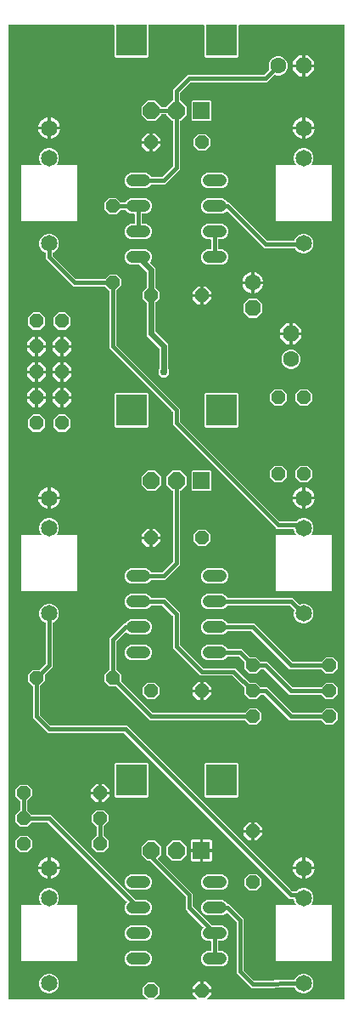
<source format=gtl>
G04 EAGLE Gerber RS-274X export*
G75*
%MOMM*%
%FSLAX34Y34*%
%LPD*%
%INTop Copper*%
%IPPOS*%
%AMOC8*
5,1,8,0,0,1.08239X$1,22.5*%
G01*
%ADD10C,1.208000*%
%ADD11C,1.650000*%
%ADD12R,1.676400X1.676400*%
%ADD13P,1.814519X8X292.500000*%
%ADD14R,3.116000X3.116000*%
%ADD15P,1.732040X8X22.500000*%
%ADD16C,1.600200*%
%ADD17P,1.429621X8X292.500000*%
%ADD18P,1.732040X8X292.500000*%
%ADD19P,1.732040X8X112.500000*%
%ADD20P,1.539592X8X112.500000*%
%ADD21P,1.429621X8X22.500000*%
%ADD22P,1.429621X8X202.500000*%
%ADD23P,1.429621X8X112.500000*%
%ADD24C,0.609600*%
%ADD25C,0.756400*%
%ADD26C,0.406400*%

G36*
X148026Y10172D02*
X148026Y10172D01*
X148098Y10174D01*
X148147Y10192D01*
X148198Y10200D01*
X148262Y10234D01*
X148329Y10259D01*
X148370Y10291D01*
X148416Y10316D01*
X148465Y10368D01*
X148521Y10412D01*
X148549Y10456D01*
X148585Y10494D01*
X148615Y10559D01*
X148654Y10619D01*
X148667Y10670D01*
X148689Y10717D01*
X148697Y10788D01*
X148714Y10858D01*
X148710Y10910D01*
X148716Y10961D01*
X148701Y11032D01*
X148695Y11103D01*
X148675Y11151D01*
X148664Y11202D01*
X148627Y11263D01*
X148599Y11329D01*
X148554Y11385D01*
X148537Y11413D01*
X148520Y11428D01*
X148494Y11460D01*
X144271Y15683D01*
X144271Y22417D01*
X149033Y27179D01*
X155767Y27179D01*
X160529Y22417D01*
X160529Y15683D01*
X156306Y11460D01*
X156264Y11402D01*
X156215Y11350D01*
X156193Y11303D01*
X156162Y11261D01*
X156141Y11192D01*
X156111Y11127D01*
X156105Y11075D01*
X156090Y11025D01*
X156092Y10954D01*
X156084Y10883D01*
X156095Y10832D01*
X156096Y10780D01*
X156121Y10712D01*
X156136Y10642D01*
X156163Y10597D01*
X156181Y10549D01*
X156226Y10493D01*
X156263Y10431D01*
X156302Y10397D01*
X156335Y10357D01*
X156395Y10318D01*
X156449Y10271D01*
X156498Y10252D01*
X156542Y10224D01*
X156611Y10206D01*
X156678Y10179D01*
X156749Y10171D01*
X156780Y10163D01*
X156803Y10165D01*
X156844Y10161D01*
X197319Y10161D01*
X197390Y10172D01*
X197461Y10174D01*
X197510Y10192D01*
X197562Y10200D01*
X197625Y10234D01*
X197692Y10259D01*
X197733Y10291D01*
X197779Y10316D01*
X197828Y10368D01*
X197884Y10412D01*
X197913Y10456D01*
X197948Y10494D01*
X197979Y10559D01*
X198017Y10619D01*
X198030Y10670D01*
X198052Y10717D01*
X198060Y10788D01*
X198077Y10858D01*
X198073Y10910D01*
X198079Y10961D01*
X198064Y11032D01*
X198058Y11103D01*
X198038Y11151D01*
X198027Y11202D01*
X197990Y11263D01*
X197962Y11329D01*
X197917Y11385D01*
X197901Y11413D01*
X197883Y11428D01*
X197857Y11460D01*
X194055Y15262D01*
X194055Y17527D01*
X202438Y17527D01*
X202458Y17530D01*
X202477Y17528D01*
X202579Y17550D01*
X202681Y17567D01*
X202698Y17576D01*
X202718Y17580D01*
X202807Y17633D01*
X202898Y17682D01*
X202912Y17696D01*
X202929Y17706D01*
X202996Y17785D01*
X203067Y17860D01*
X203076Y17878D01*
X203089Y17893D01*
X203127Y17989D01*
X203171Y18083D01*
X203173Y18103D01*
X203181Y18121D01*
X203199Y18288D01*
X203199Y19051D01*
X203201Y19051D01*
X203201Y18288D01*
X203204Y18268D01*
X203202Y18249D01*
X203224Y18147D01*
X203241Y18045D01*
X203250Y18028D01*
X203254Y18008D01*
X203307Y17919D01*
X203356Y17828D01*
X203370Y17814D01*
X203380Y17797D01*
X203459Y17730D01*
X203534Y17659D01*
X203552Y17650D01*
X203567Y17637D01*
X203663Y17598D01*
X203757Y17555D01*
X203777Y17553D01*
X203795Y17545D01*
X203962Y17527D01*
X212345Y17527D01*
X212345Y15262D01*
X208543Y11460D01*
X208501Y11402D01*
X208452Y11350D01*
X208430Y11303D01*
X208399Y11261D01*
X208378Y11192D01*
X208348Y11127D01*
X208342Y11075D01*
X208327Y11025D01*
X208329Y10954D01*
X208321Y10883D01*
X208332Y10832D01*
X208333Y10780D01*
X208358Y10712D01*
X208373Y10642D01*
X208400Y10597D01*
X208418Y10549D01*
X208463Y10493D01*
X208499Y10431D01*
X208539Y10397D01*
X208571Y10357D01*
X208632Y10318D01*
X208686Y10271D01*
X208735Y10252D01*
X208778Y10224D01*
X208848Y10206D01*
X208914Y10179D01*
X208986Y10171D01*
X209017Y10163D01*
X209040Y10165D01*
X209081Y10161D01*
X344678Y10161D01*
X344698Y10164D01*
X344717Y10162D01*
X344819Y10184D01*
X344921Y10200D01*
X344938Y10210D01*
X344958Y10214D01*
X345047Y10267D01*
X345138Y10316D01*
X345152Y10330D01*
X345169Y10340D01*
X345236Y10419D01*
X345308Y10494D01*
X345316Y10512D01*
X345329Y10527D01*
X345368Y10623D01*
X345411Y10717D01*
X345413Y10737D01*
X345421Y10755D01*
X345439Y10922D01*
X345439Y979678D01*
X345436Y979698D01*
X345438Y979717D01*
X345416Y979819D01*
X345400Y979921D01*
X345390Y979938D01*
X345386Y979958D01*
X345333Y980047D01*
X345284Y980138D01*
X345270Y980152D01*
X345260Y980169D01*
X345181Y980236D01*
X345106Y980308D01*
X345088Y980316D01*
X345073Y980329D01*
X344977Y980368D01*
X344883Y980411D01*
X344863Y980413D01*
X344845Y980421D01*
X344678Y980439D01*
X240666Y980439D01*
X240646Y980436D01*
X240627Y980438D01*
X240525Y980416D01*
X240423Y980400D01*
X240406Y980390D01*
X240386Y980386D01*
X240297Y980333D01*
X240206Y980284D01*
X240192Y980270D01*
X240175Y980260D01*
X240108Y980181D01*
X240036Y980106D01*
X240028Y980088D01*
X240015Y980073D01*
X239976Y979977D01*
X239933Y979883D01*
X239931Y979863D01*
X239923Y979845D01*
X239905Y979678D01*
X239905Y948988D01*
X239012Y948095D01*
X206588Y948095D01*
X205695Y948988D01*
X205695Y979678D01*
X205692Y979698D01*
X205694Y979717D01*
X205672Y979819D01*
X205656Y979921D01*
X205646Y979938D01*
X205642Y979958D01*
X205589Y980047D01*
X205540Y980138D01*
X205526Y980152D01*
X205516Y980169D01*
X205437Y980236D01*
X205362Y980308D01*
X205344Y980316D01*
X205329Y980329D01*
X205233Y980368D01*
X205139Y980411D01*
X205119Y980413D01*
X205101Y980421D01*
X204934Y980439D01*
X150666Y980439D01*
X150646Y980436D01*
X150627Y980438D01*
X150525Y980416D01*
X150423Y980400D01*
X150406Y980390D01*
X150386Y980386D01*
X150297Y980333D01*
X150206Y980284D01*
X150192Y980270D01*
X150175Y980260D01*
X150108Y980181D01*
X150036Y980106D01*
X150028Y980088D01*
X150015Y980073D01*
X149976Y979977D01*
X149933Y979883D01*
X149931Y979863D01*
X149923Y979845D01*
X149905Y979678D01*
X149905Y948988D01*
X149012Y948095D01*
X116588Y948095D01*
X115695Y948988D01*
X115695Y979678D01*
X115692Y979698D01*
X115694Y979717D01*
X115672Y979819D01*
X115656Y979921D01*
X115646Y979938D01*
X115642Y979958D01*
X115589Y980047D01*
X115540Y980138D01*
X115526Y980152D01*
X115516Y980169D01*
X115437Y980236D01*
X115362Y980308D01*
X115344Y980316D01*
X115329Y980329D01*
X115233Y980368D01*
X115139Y980411D01*
X115119Y980413D01*
X115101Y980421D01*
X114934Y980439D01*
X10922Y980439D01*
X10902Y980436D01*
X10883Y980438D01*
X10781Y980416D01*
X10679Y980400D01*
X10662Y980390D01*
X10642Y980386D01*
X10553Y980333D01*
X10462Y980284D01*
X10448Y980270D01*
X10431Y980260D01*
X10364Y980181D01*
X10292Y980106D01*
X10284Y980088D01*
X10271Y980073D01*
X10232Y979977D01*
X10189Y979883D01*
X10187Y979863D01*
X10179Y979845D01*
X10161Y979678D01*
X10161Y10922D01*
X10164Y10902D01*
X10162Y10883D01*
X10184Y10781D01*
X10200Y10679D01*
X10210Y10662D01*
X10214Y10642D01*
X10267Y10553D01*
X10316Y10462D01*
X10330Y10448D01*
X10340Y10431D01*
X10419Y10364D01*
X10494Y10292D01*
X10512Y10284D01*
X10527Y10271D01*
X10623Y10232D01*
X10717Y10189D01*
X10737Y10187D01*
X10755Y10179D01*
X10922Y10161D01*
X147956Y10161D01*
X148026Y10172D01*
G37*
%LPC*%
G36*
X276800Y48199D02*
X276800Y48199D01*
X276799Y48200D01*
X276799Y104200D01*
X276800Y104201D01*
X296138Y104201D01*
X296209Y104212D01*
X296280Y104214D01*
X296329Y104232D01*
X296381Y104240D01*
X296444Y104274D01*
X296511Y104299D01*
X296552Y104331D01*
X296598Y104356D01*
X296647Y104407D01*
X296703Y104452D01*
X296732Y104496D01*
X296767Y104534D01*
X296798Y104599D01*
X296836Y104659D01*
X296849Y104710D01*
X296871Y104757D01*
X296879Y104828D01*
X296896Y104898D01*
X296892Y104950D01*
X296898Y105001D01*
X296883Y105072D01*
X296877Y105143D01*
X296857Y105191D01*
X296846Y105242D01*
X296809Y105303D01*
X296781Y105369D01*
X296736Y105425D01*
X296720Y105453D01*
X296702Y105468D01*
X296676Y105500D01*
X296513Y105663D01*
X295025Y109256D01*
X295025Y109982D01*
X295022Y110002D01*
X295024Y110021D01*
X295002Y110123D01*
X294986Y110225D01*
X294976Y110242D01*
X294972Y110262D01*
X294919Y110351D01*
X294870Y110442D01*
X294856Y110456D01*
X294846Y110473D01*
X294767Y110540D01*
X294692Y110612D01*
X294674Y110620D01*
X294659Y110633D01*
X294563Y110672D01*
X294469Y110715D01*
X294449Y110717D01*
X294431Y110725D01*
X294264Y110743D01*
X290627Y110743D01*
X125750Y275620D01*
X125676Y275673D01*
X125606Y275733D01*
X125576Y275745D01*
X125550Y275764D01*
X125463Y275791D01*
X125378Y275825D01*
X125337Y275829D01*
X125315Y275836D01*
X125283Y275835D01*
X125211Y275843D01*
X49327Y275843D01*
X34543Y290627D01*
X34543Y321946D01*
X34529Y322036D01*
X34521Y322127D01*
X34509Y322156D01*
X34504Y322188D01*
X34461Y322269D01*
X34425Y322353D01*
X34399Y322385D01*
X34388Y322406D01*
X34365Y322428D01*
X34320Y322484D01*
X29971Y326833D01*
X29971Y333567D01*
X34733Y338329D01*
X40883Y338329D01*
X40974Y338343D01*
X41064Y338351D01*
X41094Y338363D01*
X41126Y338368D01*
X41207Y338411D01*
X41291Y338447D01*
X41323Y338473D01*
X41344Y338484D01*
X41366Y338507D01*
X41422Y338552D01*
X47020Y344150D01*
X47073Y344224D01*
X47133Y344294D01*
X47145Y344324D01*
X47164Y344350D01*
X47191Y344437D01*
X47225Y344522D01*
X47229Y344563D01*
X47236Y344585D01*
X47235Y344617D01*
X47243Y344689D01*
X47243Y384884D01*
X47224Y384999D01*
X47207Y385115D01*
X47205Y385121D01*
X47204Y385127D01*
X47149Y385230D01*
X47096Y385335D01*
X47091Y385339D01*
X47088Y385345D01*
X47004Y385424D01*
X46920Y385507D01*
X46914Y385511D01*
X46910Y385514D01*
X46893Y385522D01*
X46773Y385588D01*
X45263Y386213D01*
X42513Y388963D01*
X41025Y392556D01*
X41025Y396444D01*
X42513Y400037D01*
X45263Y402787D01*
X48856Y404275D01*
X52744Y404275D01*
X56337Y402787D01*
X59087Y400037D01*
X60575Y396444D01*
X60575Y392556D01*
X59087Y388963D01*
X56337Y386213D01*
X54827Y385588D01*
X54727Y385526D01*
X54627Y385466D01*
X54623Y385461D01*
X54618Y385458D01*
X54543Y385369D01*
X54467Y385279D01*
X54465Y385273D01*
X54461Y385269D01*
X54419Y385161D01*
X54375Y385051D01*
X54374Y385044D01*
X54373Y385039D01*
X54372Y385021D01*
X54357Y384884D01*
X54357Y341427D01*
X46452Y333522D01*
X46399Y333448D01*
X46339Y333378D01*
X46327Y333348D01*
X46308Y333322D01*
X46281Y333235D01*
X46247Y333150D01*
X46243Y333109D01*
X46236Y333087D01*
X46237Y333055D01*
X46229Y332983D01*
X46229Y326833D01*
X41880Y322484D01*
X41827Y322410D01*
X41767Y322341D01*
X41755Y322310D01*
X41736Y322284D01*
X41709Y322197D01*
X41675Y322112D01*
X41671Y322071D01*
X41664Y322049D01*
X41665Y322017D01*
X41657Y321946D01*
X41657Y293889D01*
X41671Y293798D01*
X41679Y293708D01*
X41691Y293678D01*
X41696Y293646D01*
X41739Y293565D01*
X41775Y293481D01*
X41801Y293449D01*
X41812Y293428D01*
X41835Y293406D01*
X41880Y293350D01*
X52050Y283180D01*
X52124Y283127D01*
X52194Y283067D01*
X52224Y283055D01*
X52250Y283036D01*
X52337Y283009D01*
X52422Y282975D01*
X52463Y282971D01*
X52485Y282964D01*
X52517Y282965D01*
X52589Y282957D01*
X128473Y282957D01*
X293350Y118080D01*
X293424Y118027D01*
X293494Y117967D01*
X293524Y117955D01*
X293550Y117936D01*
X293637Y117909D01*
X293722Y117875D01*
X293763Y117871D01*
X293785Y117864D01*
X293817Y117865D01*
X293889Y117857D01*
X297318Y117857D01*
X297408Y117871D01*
X297499Y117879D01*
X297529Y117891D01*
X297561Y117896D01*
X297641Y117939D01*
X297725Y117975D01*
X297757Y118001D01*
X297778Y118012D01*
X297800Y118035D01*
X297856Y118080D01*
X299263Y119487D01*
X302856Y120975D01*
X306744Y120975D01*
X310337Y119487D01*
X313087Y116737D01*
X314575Y113144D01*
X314575Y109256D01*
X313087Y105663D01*
X312924Y105500D01*
X312882Y105442D01*
X312833Y105390D01*
X312811Y105343D01*
X312780Y105301D01*
X312759Y105232D01*
X312729Y105167D01*
X312723Y105115D01*
X312708Y105065D01*
X312710Y104994D01*
X312702Y104923D01*
X312713Y104872D01*
X312714Y104820D01*
X312739Y104752D01*
X312754Y104682D01*
X312781Y104637D01*
X312799Y104589D01*
X312844Y104533D01*
X312880Y104471D01*
X312920Y104437D01*
X312952Y104397D01*
X313013Y104358D01*
X313067Y104311D01*
X313116Y104292D01*
X313159Y104264D01*
X313229Y104246D01*
X313295Y104219D01*
X313367Y104211D01*
X313398Y104203D01*
X313421Y104205D01*
X313462Y104201D01*
X332800Y104201D01*
X332801Y104200D01*
X332801Y48200D01*
X332800Y48199D01*
X276800Y48199D01*
G37*
%LPD*%
%LPC*%
G36*
X276800Y416499D02*
X276800Y416499D01*
X276799Y416500D01*
X276799Y472500D01*
X276800Y472501D01*
X296138Y472501D01*
X296209Y472512D01*
X296280Y472514D01*
X296329Y472532D01*
X296381Y472540D01*
X296444Y472574D01*
X296511Y472599D01*
X296552Y472631D01*
X296598Y472656D01*
X296647Y472707D01*
X296703Y472752D01*
X296732Y472796D01*
X296767Y472834D01*
X296798Y472899D01*
X296836Y472959D01*
X296849Y473010D01*
X296871Y473057D01*
X296879Y473128D01*
X296896Y473198D01*
X296892Y473250D01*
X296898Y473301D01*
X296883Y473372D01*
X296877Y473443D01*
X296857Y473491D01*
X296846Y473542D01*
X296809Y473603D01*
X296781Y473669D01*
X296736Y473725D01*
X296720Y473753D01*
X296702Y473768D01*
X296676Y473800D01*
X296513Y473963D01*
X295025Y477556D01*
X295025Y478282D01*
X295022Y478302D01*
X295024Y478321D01*
X295002Y478423D01*
X294986Y478525D01*
X294976Y478542D01*
X294972Y478562D01*
X294919Y478651D01*
X294870Y478742D01*
X294856Y478756D01*
X294846Y478773D01*
X294767Y478840D01*
X294692Y478912D01*
X294674Y478920D01*
X294659Y478933D01*
X294563Y478972D01*
X294469Y479015D01*
X294449Y479017D01*
X294431Y479025D01*
X294264Y479043D01*
X277927Y479043D01*
X174243Y582727D01*
X174243Y595111D01*
X174229Y595202D01*
X174221Y595292D01*
X174209Y595322D01*
X174204Y595354D01*
X174161Y595435D01*
X174125Y595519D01*
X174099Y595551D01*
X174088Y595572D01*
X174065Y595594D01*
X174020Y595650D01*
X110743Y658927D01*
X110743Y715646D01*
X110729Y715736D01*
X110721Y715827D01*
X110709Y715856D01*
X110704Y715888D01*
X110661Y715969D01*
X110625Y716053D01*
X110599Y716085D01*
X110588Y716106D01*
X110565Y716128D01*
X110520Y716184D01*
X106584Y720120D01*
X106510Y720173D01*
X106441Y720233D01*
X106410Y720245D01*
X106384Y720264D01*
X106297Y720291D01*
X106212Y720325D01*
X106171Y720329D01*
X106149Y720336D01*
X106117Y720335D01*
X106046Y720343D01*
X74727Y720343D01*
X47243Y747827D01*
X47243Y753184D01*
X47224Y753299D01*
X47207Y753415D01*
X47205Y753421D01*
X47204Y753427D01*
X47149Y753530D01*
X47096Y753635D01*
X47091Y753639D01*
X47088Y753645D01*
X47004Y753724D01*
X46920Y753807D01*
X46914Y753811D01*
X46910Y753814D01*
X46893Y753822D01*
X46773Y753888D01*
X45263Y754513D01*
X42513Y757263D01*
X41025Y760856D01*
X41025Y764744D01*
X42513Y768337D01*
X45263Y771087D01*
X48856Y772575D01*
X52744Y772575D01*
X56337Y771087D01*
X59087Y768337D01*
X60575Y764744D01*
X60575Y760856D01*
X59087Y757263D01*
X56337Y754513D01*
X54827Y753888D01*
X54727Y753826D01*
X54627Y753766D01*
X54623Y753761D01*
X54618Y753758D01*
X54543Y753669D01*
X54467Y753579D01*
X54465Y753573D01*
X54461Y753569D01*
X54419Y753461D01*
X54375Y753351D01*
X54374Y753344D01*
X54373Y753339D01*
X54372Y753321D01*
X54357Y753184D01*
X54357Y751089D01*
X54371Y750998D01*
X54379Y750908D01*
X54391Y750878D01*
X54396Y750846D01*
X54439Y750765D01*
X54475Y750681D01*
X54501Y750649D01*
X54512Y750628D01*
X54535Y750606D01*
X54580Y750550D01*
X77450Y727680D01*
X77524Y727627D01*
X77594Y727567D01*
X77624Y727555D01*
X77650Y727536D01*
X77737Y727509D01*
X77822Y727475D01*
X77863Y727471D01*
X77885Y727464D01*
X77917Y727465D01*
X77989Y727457D01*
X106046Y727457D01*
X106136Y727471D01*
X106227Y727479D01*
X106256Y727491D01*
X106288Y727496D01*
X106369Y727539D01*
X106453Y727575D01*
X106485Y727601D01*
X106506Y727612D01*
X106528Y727635D01*
X106584Y727680D01*
X110933Y732029D01*
X117667Y732029D01*
X122429Y727267D01*
X122429Y720533D01*
X118080Y716184D01*
X118027Y716110D01*
X117967Y716041D01*
X117955Y716010D01*
X117936Y715984D01*
X117909Y715897D01*
X117875Y715812D01*
X117871Y715771D01*
X117864Y715749D01*
X117865Y715717D01*
X117857Y715646D01*
X117857Y662189D01*
X117871Y662098D01*
X117879Y662008D01*
X117891Y661978D01*
X117896Y661946D01*
X117939Y661865D01*
X117975Y661781D01*
X118001Y661749D01*
X118012Y661728D01*
X118035Y661706D01*
X118080Y661650D01*
X181357Y598373D01*
X181357Y585989D01*
X181371Y585898D01*
X181379Y585808D01*
X181391Y585778D01*
X181396Y585746D01*
X181439Y585665D01*
X181475Y585581D01*
X181501Y585549D01*
X181512Y585528D01*
X181535Y585506D01*
X181580Y585450D01*
X280650Y486380D01*
X280724Y486327D01*
X280794Y486267D01*
X280824Y486255D01*
X280850Y486236D01*
X280937Y486209D01*
X281022Y486175D01*
X281063Y486171D01*
X281085Y486164D01*
X281117Y486165D01*
X281189Y486157D01*
X297318Y486157D01*
X297408Y486171D01*
X297499Y486179D01*
X297529Y486191D01*
X297561Y486196D01*
X297641Y486239D01*
X297725Y486275D01*
X297757Y486301D01*
X297778Y486312D01*
X297800Y486335D01*
X297856Y486380D01*
X299263Y487787D01*
X302856Y489275D01*
X306744Y489275D01*
X310337Y487787D01*
X313087Y485037D01*
X314575Y481444D01*
X314575Y477556D01*
X313087Y473963D01*
X312924Y473800D01*
X312882Y473742D01*
X312833Y473690D01*
X312811Y473643D01*
X312780Y473601D01*
X312759Y473532D01*
X312729Y473467D01*
X312723Y473415D01*
X312708Y473365D01*
X312710Y473294D01*
X312702Y473223D01*
X312713Y473172D01*
X312714Y473120D01*
X312739Y473052D01*
X312754Y472982D01*
X312781Y472937D01*
X312799Y472889D01*
X312844Y472833D01*
X312880Y472771D01*
X312920Y472737D01*
X312952Y472697D01*
X313013Y472658D01*
X313067Y472611D01*
X313116Y472592D01*
X313159Y472564D01*
X313229Y472546D01*
X313295Y472519D01*
X313367Y472511D01*
X313398Y472503D01*
X313421Y472505D01*
X313462Y472501D01*
X332800Y472501D01*
X332801Y472500D01*
X332801Y416500D01*
X332800Y416499D01*
X276800Y416499D01*
G37*
%LPD*%
%LPC*%
G36*
X22800Y416499D02*
X22800Y416499D01*
X22799Y416500D01*
X22799Y472500D01*
X22800Y472501D01*
X42138Y472501D01*
X42209Y472512D01*
X42280Y472514D01*
X42329Y472532D01*
X42381Y472540D01*
X42444Y472574D01*
X42511Y472599D01*
X42552Y472631D01*
X42598Y472656D01*
X42647Y472707D01*
X42703Y472752D01*
X42732Y472796D01*
X42767Y472834D01*
X42798Y472899D01*
X42836Y472959D01*
X42849Y473010D01*
X42871Y473057D01*
X42879Y473128D01*
X42896Y473198D01*
X42892Y473250D01*
X42898Y473301D01*
X42883Y473372D01*
X42877Y473443D01*
X42857Y473491D01*
X42846Y473542D01*
X42809Y473603D01*
X42781Y473669D01*
X42736Y473725D01*
X42720Y473753D01*
X42702Y473768D01*
X42676Y473800D01*
X42513Y473963D01*
X41025Y477556D01*
X41025Y481444D01*
X42513Y485037D01*
X45263Y487787D01*
X48856Y489275D01*
X52744Y489275D01*
X56337Y487787D01*
X59087Y485037D01*
X60575Y481444D01*
X60575Y477556D01*
X59087Y473963D01*
X58924Y473800D01*
X58882Y473742D01*
X58833Y473690D01*
X58811Y473643D01*
X58780Y473601D01*
X58759Y473532D01*
X58729Y473467D01*
X58723Y473415D01*
X58708Y473365D01*
X58710Y473294D01*
X58702Y473223D01*
X58713Y473172D01*
X58714Y473120D01*
X58739Y473052D01*
X58754Y472982D01*
X58781Y472937D01*
X58799Y472889D01*
X58844Y472833D01*
X58880Y472771D01*
X58920Y472737D01*
X58952Y472697D01*
X59013Y472658D01*
X59067Y472611D01*
X59116Y472592D01*
X59159Y472564D01*
X59229Y472546D01*
X59295Y472519D01*
X59367Y472511D01*
X59398Y472503D01*
X59421Y472505D01*
X59462Y472501D01*
X78800Y472501D01*
X78801Y472500D01*
X78801Y416500D01*
X78800Y416499D01*
X22800Y416499D01*
G37*
%LPD*%
%LPC*%
G36*
X276800Y784799D02*
X276800Y784799D01*
X276799Y784800D01*
X276799Y840800D01*
X276800Y840801D01*
X296138Y840801D01*
X296209Y840812D01*
X296280Y840814D01*
X296329Y840832D01*
X296381Y840840D01*
X296444Y840874D01*
X296511Y840899D01*
X296552Y840931D01*
X296598Y840956D01*
X296647Y841007D01*
X296703Y841052D01*
X296732Y841096D01*
X296767Y841134D01*
X296798Y841199D01*
X296836Y841259D01*
X296849Y841310D01*
X296871Y841357D01*
X296879Y841428D01*
X296896Y841498D01*
X296892Y841550D01*
X296898Y841601D01*
X296883Y841672D01*
X296877Y841743D01*
X296857Y841791D01*
X296846Y841842D01*
X296809Y841903D01*
X296781Y841969D01*
X296736Y842025D01*
X296720Y842053D01*
X296702Y842068D01*
X296676Y842100D01*
X296513Y842263D01*
X295025Y845856D01*
X295025Y849744D01*
X296513Y853337D01*
X299263Y856087D01*
X302856Y857575D01*
X306744Y857575D01*
X310337Y856087D01*
X313087Y853337D01*
X314575Y849744D01*
X314575Y845856D01*
X313087Y842263D01*
X312924Y842100D01*
X312882Y842042D01*
X312833Y841990D01*
X312811Y841943D01*
X312780Y841901D01*
X312759Y841832D01*
X312729Y841767D01*
X312723Y841715D01*
X312708Y841665D01*
X312710Y841594D01*
X312702Y841523D01*
X312713Y841472D01*
X312714Y841420D01*
X312739Y841352D01*
X312754Y841282D01*
X312781Y841237D01*
X312799Y841189D01*
X312844Y841133D01*
X312880Y841071D01*
X312920Y841037D01*
X312952Y840997D01*
X313013Y840958D01*
X313067Y840911D01*
X313116Y840892D01*
X313159Y840864D01*
X313229Y840846D01*
X313295Y840819D01*
X313367Y840811D01*
X313398Y840803D01*
X313421Y840805D01*
X313462Y840801D01*
X332800Y840801D01*
X332801Y840800D01*
X332801Y784800D01*
X332800Y784799D01*
X276800Y784799D01*
G37*
%LPD*%
%LPC*%
G36*
X22800Y784799D02*
X22800Y784799D01*
X22799Y784800D01*
X22799Y840800D01*
X22800Y840801D01*
X42138Y840801D01*
X42209Y840812D01*
X42280Y840814D01*
X42329Y840832D01*
X42381Y840840D01*
X42444Y840874D01*
X42511Y840899D01*
X42552Y840931D01*
X42598Y840956D01*
X42647Y841007D01*
X42703Y841052D01*
X42732Y841096D01*
X42767Y841134D01*
X42798Y841199D01*
X42836Y841259D01*
X42849Y841310D01*
X42871Y841357D01*
X42879Y841428D01*
X42896Y841498D01*
X42892Y841550D01*
X42898Y841601D01*
X42883Y841672D01*
X42877Y841743D01*
X42857Y841791D01*
X42846Y841842D01*
X42809Y841903D01*
X42781Y841969D01*
X42736Y842025D01*
X42720Y842053D01*
X42702Y842068D01*
X42676Y842100D01*
X42513Y842263D01*
X41025Y845856D01*
X41025Y849744D01*
X42513Y853337D01*
X45263Y856087D01*
X48856Y857575D01*
X52744Y857575D01*
X56337Y856087D01*
X59087Y853337D01*
X60575Y849744D01*
X60575Y845856D01*
X59087Y842263D01*
X58924Y842100D01*
X58882Y842042D01*
X58833Y841990D01*
X58811Y841943D01*
X58780Y841901D01*
X58759Y841832D01*
X58729Y841767D01*
X58723Y841715D01*
X58708Y841665D01*
X58710Y841594D01*
X58702Y841523D01*
X58713Y841472D01*
X58714Y841420D01*
X58739Y841352D01*
X58754Y841282D01*
X58781Y841237D01*
X58799Y841189D01*
X58844Y841133D01*
X58880Y841071D01*
X58920Y841037D01*
X58952Y840997D01*
X59013Y840958D01*
X59067Y840911D01*
X59116Y840892D01*
X59159Y840864D01*
X59229Y840846D01*
X59295Y840819D01*
X59367Y840811D01*
X59398Y840803D01*
X59421Y840805D01*
X59462Y840801D01*
X78800Y840801D01*
X78801Y840800D01*
X78801Y784800D01*
X78800Y784799D01*
X22800Y784799D01*
G37*
%LPD*%
%LPC*%
G36*
X22800Y48199D02*
X22800Y48199D01*
X22799Y48200D01*
X22799Y104200D01*
X22800Y104201D01*
X42138Y104201D01*
X42209Y104212D01*
X42280Y104214D01*
X42329Y104232D01*
X42381Y104240D01*
X42444Y104274D01*
X42511Y104299D01*
X42552Y104331D01*
X42598Y104356D01*
X42647Y104407D01*
X42703Y104452D01*
X42732Y104496D01*
X42767Y104534D01*
X42798Y104599D01*
X42836Y104659D01*
X42849Y104710D01*
X42871Y104757D01*
X42879Y104828D01*
X42896Y104898D01*
X42892Y104950D01*
X42898Y105001D01*
X42883Y105072D01*
X42877Y105143D01*
X42857Y105191D01*
X42846Y105242D01*
X42809Y105303D01*
X42781Y105369D01*
X42736Y105425D01*
X42720Y105453D01*
X42702Y105468D01*
X42676Y105500D01*
X42513Y105663D01*
X41025Y109256D01*
X41025Y113144D01*
X42513Y116737D01*
X45263Y119487D01*
X48856Y120975D01*
X52744Y120975D01*
X56337Y119487D01*
X59087Y116737D01*
X60575Y113144D01*
X60575Y109256D01*
X59087Y105663D01*
X58924Y105500D01*
X58882Y105442D01*
X58833Y105390D01*
X58811Y105343D01*
X58780Y105301D01*
X58759Y105232D01*
X58729Y105167D01*
X58723Y105115D01*
X58708Y105065D01*
X58710Y104994D01*
X58702Y104923D01*
X58713Y104872D01*
X58714Y104820D01*
X58739Y104752D01*
X58754Y104682D01*
X58781Y104637D01*
X58799Y104589D01*
X58844Y104533D01*
X58880Y104471D01*
X58920Y104437D01*
X58952Y104397D01*
X59013Y104358D01*
X59067Y104311D01*
X59116Y104292D01*
X59159Y104264D01*
X59229Y104246D01*
X59295Y104219D01*
X59367Y104211D01*
X59398Y104203D01*
X59421Y104205D01*
X59462Y104201D01*
X78800Y104201D01*
X78801Y104200D01*
X78801Y48200D01*
X78800Y48199D01*
X22800Y48199D01*
G37*
%LPD*%
%LPC*%
G36*
X132155Y817935D02*
X132155Y817935D01*
X129375Y819087D01*
X127247Y821215D01*
X126095Y823995D01*
X126095Y827005D01*
X127247Y829785D01*
X129375Y831913D01*
X132155Y833065D01*
X147245Y833065D01*
X150025Y831913D01*
X152153Y829785D01*
X152260Y829527D01*
X152321Y829428D01*
X152382Y829327D01*
X152386Y829323D01*
X152390Y829318D01*
X152479Y829244D01*
X152569Y829167D01*
X152574Y829165D01*
X152579Y829161D01*
X152687Y829119D01*
X152797Y829075D01*
X152804Y829074D01*
X152809Y829073D01*
X152827Y829072D01*
X152963Y829057D01*
X163311Y829057D01*
X163402Y829071D01*
X163492Y829079D01*
X163522Y829091D01*
X163554Y829096D01*
X163635Y829139D01*
X163719Y829175D01*
X163751Y829201D01*
X163772Y829212D01*
X163794Y829235D01*
X163850Y829280D01*
X174020Y839450D01*
X174073Y839524D01*
X174133Y839594D01*
X174145Y839624D01*
X174164Y839650D01*
X174191Y839737D01*
X174225Y839822D01*
X174229Y839863D01*
X174236Y839885D01*
X174235Y839917D01*
X174243Y839989D01*
X174243Y884532D01*
X174240Y884552D01*
X174242Y884571D01*
X174220Y884673D01*
X174204Y884775D01*
X174194Y884792D01*
X174190Y884812D01*
X174137Y884901D01*
X174088Y884992D01*
X174074Y885006D01*
X174064Y885023D01*
X173985Y885090D01*
X173910Y885162D01*
X173892Y885170D01*
X173877Y885183D01*
X173781Y885222D01*
X173757Y885233D01*
X167843Y891146D01*
X167840Y891162D01*
X167787Y891251D01*
X167738Y891342D01*
X167724Y891356D01*
X167714Y891373D01*
X167635Y891440D01*
X167560Y891512D01*
X167542Y891520D01*
X167527Y891533D01*
X167431Y891572D01*
X167337Y891615D01*
X167317Y891617D01*
X167299Y891625D01*
X167132Y891643D01*
X163468Y891643D01*
X163448Y891640D01*
X163429Y891642D01*
X163327Y891620D01*
X163225Y891604D01*
X163208Y891594D01*
X163188Y891590D01*
X163099Y891537D01*
X163008Y891488D01*
X162994Y891474D01*
X162977Y891464D01*
X162910Y891385D01*
X162838Y891310D01*
X162830Y891292D01*
X162817Y891277D01*
X162778Y891181D01*
X162767Y891157D01*
X156904Y885293D01*
X148696Y885293D01*
X142893Y891096D01*
X142893Y899304D01*
X148696Y905107D01*
X156904Y905107D01*
X162831Y899179D01*
X162862Y899122D01*
X162878Y899107D01*
X162889Y899088D01*
X162966Y899022D01*
X163040Y898953D01*
X163060Y898943D01*
X163077Y898929D01*
X163171Y898892D01*
X163263Y898849D01*
X163285Y898846D01*
X163306Y898838D01*
X163473Y898821D01*
X167137Y898843D01*
X167154Y898846D01*
X167171Y898844D01*
X167275Y898866D01*
X167379Y898884D01*
X167395Y898892D01*
X167412Y898896D01*
X167503Y898950D01*
X167596Y899000D01*
X167608Y899013D01*
X167623Y899022D01*
X167688Y899098D01*
X173746Y905157D01*
X173762Y905160D01*
X173851Y905213D01*
X173942Y905262D01*
X173956Y905276D01*
X173973Y905286D01*
X174040Y905365D01*
X174112Y905440D01*
X174120Y905458D01*
X174133Y905473D01*
X174172Y905569D01*
X174215Y905663D01*
X174217Y905683D01*
X174225Y905701D01*
X174243Y905868D01*
X174243Y915873D01*
X189027Y930657D01*
X264911Y930657D01*
X265002Y930671D01*
X265092Y930679D01*
X265122Y930691D01*
X265154Y930696D01*
X265235Y930739D01*
X265319Y930775D01*
X265351Y930801D01*
X265372Y930812D01*
X265394Y930835D01*
X265450Y930880D01*
X270276Y935706D01*
X270344Y935800D01*
X270414Y935895D01*
X270416Y935901D01*
X270420Y935906D01*
X270454Y936017D01*
X270491Y936129D01*
X270490Y936135D01*
X270492Y936141D01*
X270489Y936258D01*
X270488Y936375D01*
X270486Y936382D01*
X270486Y936387D01*
X270480Y936405D01*
X270441Y936536D01*
X269874Y937905D01*
X269874Y941695D01*
X271324Y945196D01*
X274004Y947876D01*
X277505Y949326D01*
X281295Y949326D01*
X284796Y947876D01*
X287476Y945196D01*
X288926Y941695D01*
X288926Y937905D01*
X287476Y934404D01*
X284796Y931724D01*
X281295Y930274D01*
X277505Y930274D01*
X276136Y930841D01*
X276022Y930868D01*
X275909Y930897D01*
X275903Y930896D01*
X275896Y930898D01*
X275780Y930887D01*
X275664Y930878D01*
X275658Y930875D01*
X275652Y930874D01*
X275544Y930827D01*
X275437Y930781D01*
X275431Y930777D01*
X275427Y930774D01*
X275413Y930762D01*
X275306Y930676D01*
X270480Y925850D01*
X268173Y923543D01*
X192289Y923543D01*
X192198Y923529D01*
X192108Y923521D01*
X192078Y923509D01*
X192046Y923504D01*
X191965Y923461D01*
X191881Y923425D01*
X191849Y923399D01*
X191828Y923388D01*
X191806Y923365D01*
X191750Y923320D01*
X181580Y913150D01*
X181527Y913076D01*
X181467Y913006D01*
X181455Y912976D01*
X181436Y912950D01*
X181409Y912863D01*
X181375Y912778D01*
X181371Y912737D01*
X181364Y912715D01*
X181365Y912683D01*
X181357Y912611D01*
X181357Y905868D01*
X181360Y905848D01*
X181358Y905829D01*
X181380Y905727D01*
X181396Y905625D01*
X181406Y905608D01*
X181410Y905588D01*
X181463Y905499D01*
X181512Y905408D01*
X181526Y905394D01*
X181536Y905377D01*
X181615Y905310D01*
X181690Y905238D01*
X181708Y905230D01*
X181723Y905217D01*
X181819Y905178D01*
X181843Y905167D01*
X187707Y899304D01*
X187707Y891096D01*
X181854Y885243D01*
X181838Y885240D01*
X181749Y885187D01*
X181658Y885138D01*
X181644Y885124D01*
X181627Y885114D01*
X181560Y885035D01*
X181488Y884960D01*
X181480Y884942D01*
X181467Y884927D01*
X181428Y884831D01*
X181385Y884737D01*
X181383Y884717D01*
X181375Y884699D01*
X181357Y884532D01*
X181357Y836727D01*
X166573Y821943D01*
X152963Y821943D01*
X152849Y821925D01*
X152732Y821907D01*
X152727Y821905D01*
X152721Y821904D01*
X152618Y821849D01*
X152513Y821796D01*
X152509Y821791D01*
X152503Y821788D01*
X152423Y821704D01*
X152341Y821620D01*
X152337Y821614D01*
X152334Y821610D01*
X152326Y821593D01*
X152260Y821473D01*
X152153Y821215D01*
X150025Y819087D01*
X147245Y817935D01*
X132155Y817935D01*
G37*
%LPD*%
%LPC*%
G36*
X326833Y283971D02*
X326833Y283971D01*
X322484Y288320D01*
X322410Y288373D01*
X322341Y288433D01*
X322310Y288445D01*
X322284Y288464D01*
X322197Y288491D01*
X322112Y288525D01*
X322071Y288529D01*
X322049Y288536D01*
X322017Y288535D01*
X321946Y288543D01*
X290627Y288543D01*
X265450Y313720D01*
X265376Y313773D01*
X265306Y313833D01*
X265276Y313845D01*
X265250Y313864D01*
X265163Y313891D01*
X265078Y313925D01*
X265037Y313929D01*
X265015Y313936D01*
X264983Y313935D01*
X264911Y313943D01*
X262254Y313943D01*
X262164Y313929D01*
X262073Y313921D01*
X262044Y313909D01*
X262012Y313904D01*
X261931Y313861D01*
X261847Y313825D01*
X261815Y313799D01*
X261794Y313788D01*
X261772Y313765D01*
X261716Y313720D01*
X257367Y309371D01*
X250633Y309371D01*
X245871Y314133D01*
X245871Y320283D01*
X245857Y320374D01*
X245849Y320464D01*
X245837Y320494D01*
X245832Y320526D01*
X245789Y320607D01*
X245753Y320691D01*
X245727Y320723D01*
X245716Y320744D01*
X245693Y320766D01*
X245648Y320822D01*
X233700Y332770D01*
X233626Y332823D01*
X233556Y332883D01*
X233526Y332895D01*
X233500Y332914D01*
X233413Y332941D01*
X233328Y332975D01*
X233287Y332979D01*
X233265Y332986D01*
X233233Y332985D01*
X233161Y332993D01*
X201727Y332993D01*
X174243Y360477D01*
X174243Y391911D01*
X174229Y392002D01*
X174221Y392092D01*
X174209Y392122D01*
X174204Y392154D01*
X174161Y392235D01*
X174125Y392319D01*
X174099Y392351D01*
X174088Y392372D01*
X174065Y392394D01*
X174020Y392450D01*
X163850Y402620D01*
X163776Y402673D01*
X163706Y402733D01*
X163676Y402745D01*
X163650Y402764D01*
X163563Y402791D01*
X163478Y402825D01*
X163437Y402829D01*
X163415Y402836D01*
X163383Y402835D01*
X163311Y402843D01*
X152963Y402843D01*
X152849Y402825D01*
X152732Y402807D01*
X152727Y402805D01*
X152721Y402804D01*
X152618Y402749D01*
X152513Y402696D01*
X152509Y402691D01*
X152503Y402688D01*
X152423Y402604D01*
X152341Y402520D01*
X152337Y402514D01*
X152334Y402510D01*
X152326Y402493D01*
X152260Y402373D01*
X152153Y402115D01*
X150025Y399987D01*
X147245Y398835D01*
X132155Y398835D01*
X129375Y399987D01*
X127247Y402115D01*
X126095Y404895D01*
X126095Y407905D01*
X127247Y410685D01*
X129375Y412813D01*
X132155Y413965D01*
X147245Y413965D01*
X150025Y412813D01*
X152153Y410685D01*
X152260Y410427D01*
X152321Y410328D01*
X152382Y410227D01*
X152386Y410223D01*
X152390Y410218D01*
X152479Y410144D01*
X152569Y410067D01*
X152574Y410065D01*
X152579Y410061D01*
X152687Y410019D01*
X152797Y409975D01*
X152804Y409974D01*
X152809Y409973D01*
X152827Y409972D01*
X152963Y409957D01*
X166573Y409957D01*
X181357Y395173D01*
X181357Y363739D01*
X181371Y363648D01*
X181379Y363558D01*
X181391Y363528D01*
X181396Y363496D01*
X181439Y363415D01*
X181475Y363331D01*
X181501Y363299D01*
X181512Y363278D01*
X181535Y363256D01*
X181580Y363200D01*
X204450Y340330D01*
X204524Y340277D01*
X204594Y340217D01*
X204624Y340205D01*
X204650Y340186D01*
X204737Y340159D01*
X204822Y340125D01*
X204863Y340121D01*
X204885Y340114D01*
X204917Y340115D01*
X204989Y340107D01*
X236423Y340107D01*
X238730Y337800D01*
X250678Y325852D01*
X250752Y325799D01*
X250822Y325739D01*
X250852Y325727D01*
X250878Y325708D01*
X250965Y325681D01*
X251050Y325647D01*
X251091Y325643D01*
X251113Y325636D01*
X251145Y325637D01*
X251217Y325629D01*
X257367Y325629D01*
X261716Y321280D01*
X261790Y321227D01*
X261859Y321167D01*
X261890Y321155D01*
X261916Y321136D01*
X262003Y321109D01*
X262088Y321075D01*
X262129Y321071D01*
X262151Y321064D01*
X262183Y321065D01*
X262254Y321057D01*
X268173Y321057D01*
X293350Y295880D01*
X293424Y295827D01*
X293494Y295767D01*
X293524Y295755D01*
X293550Y295736D01*
X293637Y295709D01*
X293722Y295675D01*
X293763Y295671D01*
X293785Y295664D01*
X293817Y295665D01*
X293889Y295657D01*
X321946Y295657D01*
X322036Y295671D01*
X322127Y295679D01*
X322156Y295691D01*
X322188Y295696D01*
X322269Y295739D01*
X322353Y295775D01*
X322385Y295801D01*
X322406Y295812D01*
X322428Y295835D01*
X322484Y295880D01*
X326833Y300229D01*
X333567Y300229D01*
X338329Y295467D01*
X338329Y288733D01*
X333567Y283971D01*
X326833Y283971D01*
G37*
%LPD*%
%LPC*%
G36*
X250633Y283971D02*
X250633Y283971D01*
X246284Y288320D01*
X246210Y288373D01*
X246141Y288433D01*
X246110Y288445D01*
X246084Y288464D01*
X245997Y288491D01*
X245912Y288525D01*
X245871Y288529D01*
X245849Y288536D01*
X245817Y288535D01*
X245746Y288543D01*
X150927Y288543D01*
X117622Y321848D01*
X117548Y321901D01*
X117478Y321961D01*
X117448Y321973D01*
X117422Y321992D01*
X117335Y322019D01*
X117250Y322053D01*
X117209Y322057D01*
X117187Y322064D01*
X117155Y322063D01*
X117083Y322071D01*
X110933Y322071D01*
X106171Y326833D01*
X106171Y333567D01*
X110520Y337916D01*
X110573Y337990D01*
X110633Y338059D01*
X110645Y338090D01*
X110664Y338116D01*
X110691Y338203D01*
X110725Y338288D01*
X110729Y338329D01*
X110736Y338351D01*
X110735Y338383D01*
X110743Y338454D01*
X110743Y369773D01*
X125527Y384557D01*
X126437Y384557D01*
X126551Y384575D01*
X126668Y384593D01*
X126673Y384595D01*
X126679Y384596D01*
X126782Y384651D01*
X126887Y384704D01*
X126891Y384709D01*
X126897Y384712D01*
X126977Y384796D01*
X127059Y384880D01*
X127063Y384886D01*
X127066Y384890D01*
X127074Y384907D01*
X127140Y385027D01*
X127247Y385285D01*
X129375Y387413D01*
X132155Y388565D01*
X147245Y388565D01*
X150025Y387413D01*
X152153Y385285D01*
X153305Y382505D01*
X153305Y379495D01*
X152153Y376715D01*
X150025Y374587D01*
X147245Y373435D01*
X132155Y373435D01*
X129375Y374587D01*
X128034Y375928D01*
X128018Y375939D01*
X128006Y375955D01*
X127918Y376011D01*
X127834Y376071D01*
X127815Y376077D01*
X127799Y376088D01*
X127698Y376113D01*
X127599Y376144D01*
X127579Y376143D01*
X127560Y376148D01*
X127457Y376140D01*
X127354Y376137D01*
X127335Y376130D01*
X127315Y376129D01*
X127220Y376088D01*
X127122Y376053D01*
X127107Y376040D01*
X127089Y376032D01*
X126958Y375928D01*
X118080Y367050D01*
X118027Y366976D01*
X117967Y366906D01*
X117955Y366876D01*
X117936Y366850D01*
X117909Y366763D01*
X117875Y366678D01*
X117871Y366637D01*
X117864Y366615D01*
X117865Y366583D01*
X117857Y366511D01*
X117857Y338454D01*
X117871Y338364D01*
X117879Y338273D01*
X117891Y338244D01*
X117896Y338212D01*
X117939Y338131D01*
X117975Y338047D01*
X118001Y338015D01*
X118012Y337994D01*
X118035Y337972D01*
X118080Y337916D01*
X122429Y333567D01*
X122429Y327417D01*
X122443Y327326D01*
X122451Y327236D01*
X122463Y327206D01*
X122468Y327174D01*
X122511Y327093D01*
X122547Y327009D01*
X122573Y326977D01*
X122584Y326956D01*
X122607Y326934D01*
X122652Y326878D01*
X153650Y295880D01*
X153724Y295827D01*
X153794Y295767D01*
X153824Y295755D01*
X153850Y295736D01*
X153937Y295709D01*
X154022Y295675D01*
X154063Y295671D01*
X154085Y295664D01*
X154117Y295665D01*
X154189Y295657D01*
X245746Y295657D01*
X245836Y295671D01*
X245927Y295679D01*
X245956Y295691D01*
X245988Y295696D01*
X246069Y295739D01*
X246153Y295775D01*
X246185Y295801D01*
X246206Y295812D01*
X246228Y295835D01*
X246284Y295880D01*
X250633Y300229D01*
X257367Y300229D01*
X262129Y295467D01*
X262129Y288733D01*
X257367Y283971D01*
X250633Y283971D01*
G37*
%LPD*%
%LPC*%
G36*
X132155Y94035D02*
X132155Y94035D01*
X129375Y95187D01*
X127247Y97315D01*
X126095Y100095D01*
X126095Y103105D01*
X127247Y105885D01*
X128278Y106916D01*
X128289Y106932D01*
X128305Y106944D01*
X128361Y107032D01*
X128421Y107116D01*
X128427Y107135D01*
X128438Y107151D01*
X128463Y107252D01*
X128494Y107351D01*
X128493Y107371D01*
X128498Y107390D01*
X128490Y107493D01*
X128487Y107596D01*
X128480Y107615D01*
X128479Y107635D01*
X128438Y107730D01*
X128403Y107828D01*
X128390Y107843D01*
X128382Y107861D01*
X128278Y107992D01*
X49550Y186720D01*
X49476Y186773D01*
X49406Y186833D01*
X49376Y186845D01*
X49350Y186864D01*
X49263Y186891D01*
X49178Y186925D01*
X49137Y186929D01*
X49115Y186936D01*
X49083Y186935D01*
X49011Y186943D01*
X33654Y186943D01*
X33564Y186929D01*
X33473Y186921D01*
X33444Y186909D01*
X33412Y186904D01*
X33331Y186861D01*
X33247Y186825D01*
X33215Y186799D01*
X33194Y186788D01*
X33172Y186765D01*
X33116Y186720D01*
X28767Y182371D01*
X22033Y182371D01*
X17271Y187133D01*
X17271Y193867D01*
X21620Y198216D01*
X21673Y198290D01*
X21733Y198359D01*
X21745Y198390D01*
X21764Y198416D01*
X21791Y198503D01*
X21825Y198588D01*
X21829Y198629D01*
X21836Y198651D01*
X21835Y198683D01*
X21843Y198754D01*
X21843Y207646D01*
X21829Y207736D01*
X21821Y207827D01*
X21809Y207856D01*
X21804Y207888D01*
X21761Y207969D01*
X21725Y208053D01*
X21699Y208085D01*
X21688Y208106D01*
X21665Y208128D01*
X21620Y208184D01*
X17271Y212533D01*
X17271Y219267D01*
X22033Y224029D01*
X28767Y224029D01*
X33529Y219267D01*
X33529Y212533D01*
X29180Y208184D01*
X29127Y208110D01*
X29067Y208041D01*
X29055Y208010D01*
X29036Y207984D01*
X29009Y207897D01*
X28975Y207812D01*
X28971Y207771D01*
X28964Y207749D01*
X28965Y207717D01*
X28957Y207646D01*
X28957Y198754D01*
X28971Y198664D01*
X28979Y198573D01*
X28991Y198544D01*
X28996Y198512D01*
X29039Y198431D01*
X29075Y198347D01*
X29101Y198315D01*
X29112Y198294D01*
X29135Y198272D01*
X29180Y198216D01*
X33116Y194280D01*
X33190Y194227D01*
X33259Y194167D01*
X33290Y194155D01*
X33316Y194136D01*
X33403Y194109D01*
X33488Y194075D01*
X33529Y194071D01*
X33551Y194064D01*
X33583Y194065D01*
X33654Y194057D01*
X52273Y194057D01*
X136942Y109388D01*
X137016Y109335D01*
X137086Y109275D01*
X137116Y109263D01*
X137142Y109244D01*
X137229Y109217D01*
X137314Y109183D01*
X137355Y109179D01*
X137377Y109172D01*
X137409Y109173D01*
X137481Y109165D01*
X147245Y109165D01*
X150025Y108013D01*
X152153Y105885D01*
X153305Y103105D01*
X153305Y100095D01*
X152153Y97315D01*
X150025Y95187D01*
X147245Y94035D01*
X132155Y94035D01*
G37*
%LPD*%
%LPC*%
G36*
X208355Y43235D02*
X208355Y43235D01*
X205575Y44387D01*
X203447Y46515D01*
X202295Y49295D01*
X202295Y52305D01*
X203447Y55085D01*
X205575Y57213D01*
X208355Y58365D01*
X211582Y58365D01*
X211602Y58368D01*
X211621Y58366D01*
X211723Y58388D01*
X211825Y58404D01*
X211842Y58414D01*
X211862Y58418D01*
X211951Y58471D01*
X212042Y58520D01*
X212056Y58534D01*
X212073Y58544D01*
X212140Y58623D01*
X212212Y58698D01*
X212220Y58716D01*
X212233Y58731D01*
X212272Y58827D01*
X212315Y58921D01*
X212317Y58941D01*
X212325Y58959D01*
X212343Y59126D01*
X212343Y67874D01*
X212340Y67894D01*
X212342Y67913D01*
X212320Y68015D01*
X212304Y68117D01*
X212294Y68134D01*
X212290Y68154D01*
X212237Y68243D01*
X212188Y68334D01*
X212174Y68348D01*
X212164Y68365D01*
X212085Y68432D01*
X212010Y68504D01*
X211992Y68512D01*
X211977Y68525D01*
X211881Y68564D01*
X211787Y68607D01*
X211767Y68609D01*
X211749Y68617D01*
X211582Y68635D01*
X208355Y68635D01*
X205575Y69787D01*
X203447Y71915D01*
X202295Y74695D01*
X202295Y77705D01*
X203447Y80485D01*
X204478Y81516D01*
X204489Y81532D01*
X204505Y81544D01*
X204561Y81632D01*
X204621Y81716D01*
X204627Y81735D01*
X204638Y81751D01*
X204663Y81852D01*
X204694Y81951D01*
X204693Y81971D01*
X204698Y81990D01*
X204690Y82093D01*
X204687Y82196D01*
X204680Y82215D01*
X204679Y82235D01*
X204638Y82330D01*
X204603Y82428D01*
X204590Y82443D01*
X204582Y82461D01*
X204478Y82592D01*
X189250Y97820D01*
X186943Y100127D01*
X186943Y112511D01*
X186929Y112602D01*
X186921Y112692D01*
X186909Y112722D01*
X186904Y112754D01*
X186861Y112835D01*
X186825Y112919D01*
X186799Y112951D01*
X186788Y112972D01*
X186765Y112994D01*
X186720Y113050D01*
X151300Y148470D01*
X151226Y148523D01*
X151156Y148583D01*
X151126Y148595D01*
X151100Y148614D01*
X151013Y148641D01*
X150928Y148675D01*
X150887Y148679D01*
X150865Y148686D01*
X150833Y148685D01*
X150761Y148693D01*
X148696Y148693D01*
X142893Y154496D01*
X142893Y162704D01*
X148696Y168507D01*
X156904Y168507D01*
X162707Y162704D01*
X162707Y154496D01*
X159558Y151348D01*
X159547Y151332D01*
X159531Y151320D01*
X159475Y151232D01*
X159415Y151148D01*
X159409Y151129D01*
X159398Y151113D01*
X159373Y151012D01*
X159342Y150913D01*
X159343Y150893D01*
X159338Y150874D01*
X159346Y150771D01*
X159349Y150667D01*
X159356Y150649D01*
X159357Y150629D01*
X159398Y150534D01*
X159433Y150436D01*
X159446Y150421D01*
X159454Y150403D01*
X159558Y150272D01*
X191750Y118080D01*
X194057Y115773D01*
X194057Y103389D01*
X194071Y103298D01*
X194079Y103208D01*
X194091Y103178D01*
X194096Y103146D01*
X194139Y103065D01*
X194175Y102981D01*
X194201Y102949D01*
X194212Y102928D01*
X194235Y102906D01*
X194280Y102850D01*
X213142Y83988D01*
X213216Y83935D01*
X213286Y83875D01*
X213316Y83863D01*
X213342Y83844D01*
X213429Y83817D01*
X213514Y83783D01*
X213555Y83779D01*
X213577Y83772D01*
X213609Y83773D01*
X213681Y83765D01*
X223445Y83765D01*
X226225Y82613D01*
X228353Y80485D01*
X229505Y77705D01*
X229505Y74695D01*
X228353Y71915D01*
X226225Y69787D01*
X223445Y68635D01*
X220218Y68635D01*
X220198Y68632D01*
X220179Y68634D01*
X220077Y68612D01*
X219975Y68596D01*
X219958Y68586D01*
X219938Y68582D01*
X219849Y68529D01*
X219758Y68480D01*
X219744Y68466D01*
X219727Y68456D01*
X219660Y68377D01*
X219588Y68302D01*
X219580Y68284D01*
X219567Y68269D01*
X219528Y68173D01*
X219485Y68079D01*
X219483Y68059D01*
X219475Y68041D01*
X219457Y67874D01*
X219457Y59126D01*
X219460Y59106D01*
X219458Y59087D01*
X219480Y58985D01*
X219496Y58883D01*
X219506Y58866D01*
X219510Y58846D01*
X219563Y58757D01*
X219612Y58666D01*
X219626Y58652D01*
X219636Y58635D01*
X219715Y58568D01*
X219790Y58496D01*
X219808Y58488D01*
X219823Y58475D01*
X219919Y58436D01*
X220013Y58393D01*
X220033Y58391D01*
X220051Y58383D01*
X220218Y58365D01*
X223445Y58365D01*
X226225Y57213D01*
X228353Y55085D01*
X229505Y52305D01*
X229505Y49295D01*
X228353Y46515D01*
X226225Y44387D01*
X223445Y43235D01*
X208355Y43235D01*
G37*
%LPD*%
%LPC*%
G36*
X302856Y16425D02*
X302856Y16425D01*
X299263Y17913D01*
X296513Y20663D01*
X295950Y22022D01*
X295880Y22136D01*
X295821Y22231D01*
X295711Y22322D01*
X295632Y22388D01*
X295631Y22388D01*
X295521Y22431D01*
X295402Y22476D01*
X295401Y22476D01*
X295235Y22492D01*
X255805Y21871D01*
X255720Y21856D01*
X255635Y21849D01*
X255621Y21843D01*
X254034Y21843D01*
X254029Y21842D01*
X254022Y21843D01*
X252550Y21820D01*
X251509Y22861D01*
X251505Y22864D01*
X251501Y22869D01*
X250360Y23974D01*
X250353Y23991D01*
X250322Y24029D01*
X250309Y24053D01*
X250287Y24074D01*
X250248Y24122D01*
X237743Y36627D01*
X237743Y87111D01*
X237729Y87202D01*
X237721Y87292D01*
X237709Y87322D01*
X237704Y87354D01*
X237661Y87435D01*
X237625Y87519D01*
X237599Y87551D01*
X237588Y87572D01*
X237565Y87594D01*
X237520Y87650D01*
X228642Y96528D01*
X228626Y96539D01*
X228614Y96555D01*
X228527Y96611D01*
X228443Y96671D01*
X228424Y96677D01*
X228407Y96688D01*
X228306Y96713D01*
X228208Y96744D01*
X228188Y96743D01*
X228168Y96748D01*
X228065Y96740D01*
X227962Y96737D01*
X227943Y96730D01*
X227923Y96729D01*
X227828Y96688D01*
X227731Y96653D01*
X227715Y96640D01*
X227697Y96632D01*
X227566Y96528D01*
X226225Y95187D01*
X223445Y94035D01*
X208355Y94035D01*
X205575Y95187D01*
X203447Y97315D01*
X202295Y100095D01*
X202295Y103105D01*
X203447Y105885D01*
X205575Y108013D01*
X208355Y109165D01*
X223445Y109165D01*
X226225Y108013D01*
X228353Y105885D01*
X228460Y105627D01*
X228522Y105527D01*
X228582Y105427D01*
X228586Y105423D01*
X228590Y105418D01*
X228679Y105344D01*
X228769Y105267D01*
X228774Y105265D01*
X228779Y105261D01*
X228887Y105219D01*
X228997Y105175D01*
X229004Y105174D01*
X229009Y105173D01*
X229027Y105172D01*
X229163Y105157D01*
X230073Y105157D01*
X244857Y90373D01*
X244857Y39889D01*
X244871Y39798D01*
X244879Y39708D01*
X244891Y39678D01*
X244896Y39646D01*
X244939Y39565D01*
X244975Y39481D01*
X245001Y39449D01*
X245012Y39428D01*
X245035Y39406D01*
X245080Y39350D01*
X255222Y29208D01*
X255301Y29151D01*
X255376Y29089D01*
X255400Y29080D01*
X255422Y29064D01*
X255515Y29036D01*
X255605Y29001D01*
X255638Y28998D01*
X255657Y28992D01*
X255690Y28993D01*
X255772Y28985D01*
X295134Y29605D01*
X295243Y29625D01*
X295353Y29641D01*
X295364Y29646D01*
X295376Y29649D01*
X295473Y29702D01*
X295572Y29752D01*
X295580Y29761D01*
X295591Y29767D01*
X295666Y29848D01*
X295744Y29928D01*
X295751Y29941D01*
X295758Y29948D01*
X295769Y29973D01*
X295825Y30075D01*
X296513Y31737D01*
X299263Y34487D01*
X302856Y35975D01*
X306744Y35975D01*
X310337Y34487D01*
X313087Y31737D01*
X314575Y28144D01*
X314575Y24256D01*
X313087Y20663D01*
X310337Y17913D01*
X306744Y16425D01*
X302856Y16425D01*
G37*
%LPD*%
%LPC*%
G36*
X162902Y629693D02*
X162902Y629693D01*
X159793Y632802D01*
X159793Y637198D01*
X160304Y637709D01*
X160357Y637783D01*
X160417Y637853D01*
X160429Y637883D01*
X160448Y637909D01*
X160475Y637996D01*
X160509Y638081D01*
X160513Y638122D01*
X160520Y638144D01*
X160519Y638176D01*
X160527Y638247D01*
X160527Y658191D01*
X160513Y658281D01*
X160505Y658372D01*
X160493Y658401D01*
X160488Y658433D01*
X160445Y658514D01*
X160409Y658598D01*
X160383Y658630D01*
X160372Y658651D01*
X160349Y658673D01*
X160304Y658729D01*
X147827Y671206D01*
X147827Y703962D01*
X147813Y704052D01*
X147805Y704143D01*
X147793Y704172D01*
X147788Y704204D01*
X147745Y704285D01*
X147709Y704369D01*
X147683Y704401D01*
X147672Y704422D01*
X147649Y704444D01*
X147604Y704500D01*
X144271Y707833D01*
X144271Y714567D01*
X147604Y717900D01*
X147657Y717974D01*
X147717Y718043D01*
X147729Y718074D01*
X147748Y718100D01*
X147775Y718187D01*
X147809Y718272D01*
X147813Y718313D01*
X147820Y718335D01*
X147819Y718367D01*
X147827Y718438D01*
X147827Y734391D01*
X147813Y734481D01*
X147805Y734572D01*
X147793Y734601D01*
X147788Y734633D01*
X147745Y734714D01*
X147709Y734798D01*
X147683Y734830D01*
X147672Y734851D01*
X147649Y734873D01*
X147604Y734929D01*
X141021Y741512D01*
X140947Y741565D01*
X140877Y741625D01*
X140847Y741637D01*
X140821Y741656D01*
X140734Y741683D01*
X140649Y741717D01*
X140608Y741721D01*
X140586Y741728D01*
X140554Y741727D01*
X140483Y741735D01*
X132155Y741735D01*
X129375Y742887D01*
X127247Y745015D01*
X126095Y747795D01*
X126095Y750805D01*
X127247Y753585D01*
X129375Y755713D01*
X132155Y756865D01*
X147245Y756865D01*
X150025Y755713D01*
X152153Y753585D01*
X153305Y750805D01*
X153305Y747795D01*
X152153Y745015D01*
X151841Y744703D01*
X151829Y744686D01*
X151814Y744674D01*
X151757Y744587D01*
X151697Y744503D01*
X151691Y744484D01*
X151681Y744467D01*
X151655Y744367D01*
X151625Y744268D01*
X151625Y744248D01*
X151621Y744229D01*
X151629Y744126D01*
X151631Y744022D01*
X151638Y744003D01*
X151640Y743983D01*
X151680Y743888D01*
X151716Y743791D01*
X151728Y743775D01*
X151736Y743757D01*
X151841Y743626D01*
X156973Y738494D01*
X156973Y718438D01*
X156987Y718348D01*
X156995Y718257D01*
X157007Y718228D01*
X157012Y718196D01*
X157055Y718115D01*
X157091Y718031D01*
X157117Y717999D01*
X157128Y717978D01*
X157151Y717956D01*
X157196Y717900D01*
X160529Y714567D01*
X160529Y707833D01*
X157196Y704500D01*
X157143Y704426D01*
X157083Y704357D01*
X157071Y704326D01*
X157052Y704300D01*
X157025Y704213D01*
X156991Y704128D01*
X156987Y704087D01*
X156980Y704065D01*
X156981Y704033D01*
X156973Y703962D01*
X156973Y675309D01*
X156987Y675219D01*
X156995Y675128D01*
X157007Y675099D01*
X157012Y675067D01*
X157055Y674986D01*
X157091Y674902D01*
X157117Y674870D01*
X157128Y674849D01*
X157151Y674827D01*
X157196Y674771D01*
X169673Y662294D01*
X169673Y638247D01*
X169687Y638157D01*
X169695Y638066D01*
X169707Y638037D01*
X169712Y638005D01*
X169755Y637924D01*
X169791Y637840D01*
X169817Y637808D01*
X169828Y637787D01*
X169851Y637765D01*
X169896Y637709D01*
X170407Y637198D01*
X170407Y632802D01*
X167298Y629693D01*
X162902Y629693D01*
G37*
%LPD*%
%LPC*%
G36*
X326833Y309371D02*
X326833Y309371D01*
X322484Y313720D01*
X322410Y313773D01*
X322341Y313833D01*
X322310Y313845D01*
X322284Y313864D01*
X322197Y313891D01*
X322112Y313925D01*
X322071Y313929D01*
X322049Y313936D01*
X322017Y313935D01*
X321946Y313943D01*
X290627Y313943D01*
X265450Y339120D01*
X265376Y339173D01*
X265306Y339233D01*
X265276Y339245D01*
X265250Y339264D01*
X265163Y339291D01*
X265078Y339325D01*
X265037Y339329D01*
X265015Y339336D01*
X264983Y339335D01*
X264911Y339343D01*
X262254Y339343D01*
X262164Y339329D01*
X262073Y339321D01*
X262044Y339309D01*
X262012Y339304D01*
X261931Y339261D01*
X261847Y339225D01*
X261815Y339199D01*
X261794Y339188D01*
X261772Y339165D01*
X261716Y339120D01*
X257367Y334771D01*
X250633Y334771D01*
X245871Y339533D01*
X245871Y345683D01*
X245857Y345774D01*
X245849Y345864D01*
X245837Y345894D01*
X245832Y345926D01*
X245789Y346007D01*
X245753Y346091D01*
X245727Y346123D01*
X245716Y346144D01*
X245693Y346166D01*
X245648Y346222D01*
X240050Y351820D01*
X239976Y351873D01*
X239906Y351933D01*
X239876Y351945D01*
X239850Y351964D01*
X239763Y351991D01*
X239678Y352025D01*
X239637Y352029D01*
X239615Y352036D01*
X239583Y352035D01*
X239511Y352043D01*
X229163Y352043D01*
X229049Y352025D01*
X228932Y352007D01*
X228927Y352005D01*
X228921Y352004D01*
X228818Y351949D01*
X228713Y351896D01*
X228709Y351891D01*
X228703Y351888D01*
X228623Y351804D01*
X228541Y351720D01*
X228537Y351714D01*
X228534Y351710D01*
X228526Y351693D01*
X228460Y351573D01*
X228353Y351315D01*
X226225Y349187D01*
X223445Y348035D01*
X208355Y348035D01*
X205575Y349187D01*
X203447Y351315D01*
X202295Y354095D01*
X202295Y357105D01*
X203447Y359885D01*
X205575Y362013D01*
X208355Y363165D01*
X223445Y363165D01*
X226225Y362013D01*
X228353Y359885D01*
X228460Y359627D01*
X228521Y359528D01*
X228582Y359427D01*
X228586Y359423D01*
X228590Y359418D01*
X228679Y359344D01*
X228769Y359267D01*
X228774Y359265D01*
X228779Y359261D01*
X228887Y359219D01*
X228997Y359175D01*
X229004Y359174D01*
X229009Y359173D01*
X229027Y359172D01*
X229163Y359157D01*
X242773Y359157D01*
X250678Y351252D01*
X250752Y351199D01*
X250822Y351139D01*
X250852Y351127D01*
X250878Y351108D01*
X250965Y351081D01*
X251050Y351047D01*
X251091Y351043D01*
X251113Y351036D01*
X251145Y351037D01*
X251217Y351029D01*
X257367Y351029D01*
X261716Y346680D01*
X261790Y346627D01*
X261859Y346567D01*
X261890Y346555D01*
X261916Y346536D01*
X262003Y346509D01*
X262088Y346475D01*
X262129Y346471D01*
X262151Y346464D01*
X262183Y346465D01*
X262254Y346457D01*
X268173Y346457D01*
X293350Y321280D01*
X293424Y321227D01*
X293494Y321167D01*
X293524Y321155D01*
X293550Y321136D01*
X293637Y321109D01*
X293722Y321075D01*
X293763Y321071D01*
X293785Y321064D01*
X293817Y321065D01*
X293889Y321057D01*
X321946Y321057D01*
X322036Y321071D01*
X322127Y321079D01*
X322156Y321091D01*
X322188Y321096D01*
X322269Y321139D01*
X322353Y321175D01*
X322385Y321201D01*
X322406Y321212D01*
X322428Y321235D01*
X322484Y321280D01*
X326833Y325629D01*
X333567Y325629D01*
X338329Y320867D01*
X338329Y314133D01*
X333567Y309371D01*
X326833Y309371D01*
G37*
%LPD*%
%LPC*%
G36*
X132155Y424235D02*
X132155Y424235D01*
X129375Y425387D01*
X127247Y427515D01*
X126095Y430295D01*
X126095Y433305D01*
X127247Y436085D01*
X129375Y438213D01*
X132155Y439365D01*
X147245Y439365D01*
X150025Y438213D01*
X152153Y436085D01*
X152260Y435827D01*
X152321Y435728D01*
X152382Y435627D01*
X152386Y435623D01*
X152390Y435618D01*
X152479Y435544D01*
X152569Y435467D01*
X152574Y435465D01*
X152579Y435461D01*
X152687Y435419D01*
X152797Y435375D01*
X152804Y435374D01*
X152809Y435373D01*
X152827Y435372D01*
X152963Y435357D01*
X163311Y435357D01*
X163402Y435371D01*
X163492Y435379D01*
X163522Y435391D01*
X163554Y435396D01*
X163635Y435439D01*
X163719Y435475D01*
X163751Y435501D01*
X163772Y435512D01*
X163794Y435535D01*
X163850Y435580D01*
X174020Y445750D01*
X174073Y445824D01*
X174133Y445894D01*
X174145Y445924D01*
X174164Y445950D01*
X174191Y446037D01*
X174225Y446122D01*
X174229Y446163D01*
X174236Y446185D01*
X174235Y446217D01*
X174243Y446289D01*
X174243Y516232D01*
X174240Y516252D01*
X174242Y516271D01*
X174220Y516373D01*
X174204Y516475D01*
X174194Y516492D01*
X174190Y516512D01*
X174137Y516601D01*
X174088Y516692D01*
X174074Y516706D01*
X174064Y516723D01*
X173985Y516790D01*
X173910Y516862D01*
X173892Y516870D01*
X173877Y516883D01*
X173781Y516922D01*
X173757Y516933D01*
X167893Y522796D01*
X167893Y531004D01*
X173696Y536807D01*
X181904Y536807D01*
X187707Y531004D01*
X187707Y522796D01*
X181854Y516943D01*
X181838Y516940D01*
X181749Y516887D01*
X181658Y516838D01*
X181644Y516824D01*
X181627Y516814D01*
X181560Y516735D01*
X181488Y516660D01*
X181480Y516642D01*
X181467Y516627D01*
X181428Y516531D01*
X181385Y516437D01*
X181383Y516417D01*
X181375Y516399D01*
X181357Y516232D01*
X181357Y443027D01*
X166573Y428243D01*
X152963Y428243D01*
X152849Y428225D01*
X152732Y428207D01*
X152727Y428205D01*
X152721Y428204D01*
X152618Y428149D01*
X152513Y428096D01*
X152509Y428091D01*
X152503Y428088D01*
X152423Y428004D01*
X152341Y427920D01*
X152337Y427914D01*
X152334Y427910D01*
X152326Y427893D01*
X152260Y427773D01*
X152153Y427515D01*
X150025Y425387D01*
X147245Y424235D01*
X132155Y424235D01*
G37*
%LPD*%
%LPC*%
G36*
X326833Y334771D02*
X326833Y334771D01*
X322484Y339120D01*
X322410Y339173D01*
X322341Y339233D01*
X322310Y339245D01*
X322284Y339264D01*
X322197Y339291D01*
X322112Y339325D01*
X322071Y339329D01*
X322049Y339336D01*
X322017Y339335D01*
X321946Y339343D01*
X290627Y339343D01*
X252750Y377220D01*
X252676Y377273D01*
X252606Y377333D01*
X252576Y377345D01*
X252550Y377364D01*
X252463Y377391D01*
X252378Y377425D01*
X252337Y377429D01*
X252315Y377436D01*
X252283Y377435D01*
X252211Y377443D01*
X229163Y377443D01*
X229049Y377425D01*
X228932Y377407D01*
X228927Y377405D01*
X228921Y377404D01*
X228818Y377349D01*
X228713Y377296D01*
X228709Y377291D01*
X228703Y377288D01*
X228623Y377204D01*
X228541Y377120D01*
X228537Y377114D01*
X228534Y377110D01*
X228526Y377093D01*
X228460Y376973D01*
X228353Y376715D01*
X226225Y374587D01*
X223445Y373435D01*
X208355Y373435D01*
X205575Y374587D01*
X203447Y376715D01*
X202295Y379495D01*
X202295Y382505D01*
X203447Y385285D01*
X205575Y387413D01*
X208355Y388565D01*
X223445Y388565D01*
X226225Y387413D01*
X228353Y385285D01*
X228460Y385027D01*
X228521Y384928D01*
X228582Y384827D01*
X228586Y384823D01*
X228590Y384818D01*
X228679Y384744D01*
X228769Y384667D01*
X228774Y384665D01*
X228779Y384661D01*
X228887Y384619D01*
X228997Y384575D01*
X229004Y384574D01*
X229009Y384573D01*
X229027Y384572D01*
X229163Y384557D01*
X255473Y384557D01*
X293350Y346680D01*
X293424Y346627D01*
X293494Y346567D01*
X293524Y346555D01*
X293550Y346536D01*
X293637Y346509D01*
X293722Y346475D01*
X293763Y346471D01*
X293785Y346464D01*
X293817Y346465D01*
X293889Y346457D01*
X321946Y346457D01*
X322036Y346471D01*
X322127Y346479D01*
X322156Y346491D01*
X322188Y346496D01*
X322269Y346539D01*
X322353Y346575D01*
X322385Y346601D01*
X322406Y346612D01*
X322428Y346635D01*
X322484Y346680D01*
X326833Y351029D01*
X333567Y351029D01*
X338329Y346267D01*
X338329Y339533D01*
X333567Y334771D01*
X326833Y334771D01*
G37*
%LPD*%
%LPC*%
G36*
X302856Y753025D02*
X302856Y753025D01*
X299263Y754513D01*
X296513Y757263D01*
X296219Y757973D01*
X296158Y758073D01*
X296098Y758173D01*
X296093Y758177D01*
X296090Y758182D01*
X295999Y758257D01*
X295911Y758333D01*
X295905Y758335D01*
X295900Y758339D01*
X295792Y758381D01*
X295683Y758425D01*
X295675Y758426D01*
X295670Y758427D01*
X295652Y758428D01*
X295516Y758443D01*
X265227Y758443D01*
X228642Y795028D01*
X228626Y795039D01*
X228614Y795055D01*
X228526Y795111D01*
X228443Y795171D01*
X228424Y795177D01*
X228407Y795188D01*
X228306Y795213D01*
X228208Y795244D01*
X228188Y795243D01*
X228168Y795248D01*
X228065Y795240D01*
X227962Y795237D01*
X227943Y795230D01*
X227923Y795229D01*
X227828Y795188D01*
X227731Y795153D01*
X227715Y795140D01*
X227697Y795132D01*
X227566Y795028D01*
X226225Y793687D01*
X223445Y792535D01*
X208355Y792535D01*
X205575Y793687D01*
X203447Y795815D01*
X202295Y798595D01*
X202295Y801605D01*
X203447Y804385D01*
X205575Y806513D01*
X208355Y807665D01*
X223445Y807665D01*
X226225Y806513D01*
X228353Y804385D01*
X228460Y804127D01*
X228521Y804028D01*
X228582Y803927D01*
X228586Y803923D01*
X228590Y803918D01*
X228679Y803844D01*
X228769Y803767D01*
X228774Y803765D01*
X228779Y803761D01*
X228887Y803719D01*
X228997Y803675D01*
X229004Y803674D01*
X229009Y803673D01*
X229027Y803672D01*
X229163Y803657D01*
X230073Y803657D01*
X267950Y765780D01*
X268024Y765727D01*
X268094Y765667D01*
X268124Y765655D01*
X268150Y765636D01*
X268237Y765609D01*
X268322Y765575D01*
X268363Y765571D01*
X268385Y765564D01*
X268417Y765565D01*
X268489Y765557D01*
X294853Y765557D01*
X294968Y765576D01*
X295084Y765593D01*
X295090Y765595D01*
X295096Y765596D01*
X295199Y765651D01*
X295303Y765704D01*
X295308Y765709D01*
X295313Y765712D01*
X295393Y765796D01*
X295476Y765880D01*
X295479Y765886D01*
X295483Y765890D01*
X295490Y765907D01*
X295556Y766027D01*
X296513Y768337D01*
X299263Y771087D01*
X302856Y772575D01*
X306744Y772575D01*
X310337Y771087D01*
X313087Y768337D01*
X314575Y764744D01*
X314575Y760856D01*
X313087Y757263D01*
X310337Y754513D01*
X306744Y753025D01*
X302856Y753025D01*
G37*
%LPD*%
%LPC*%
G36*
X302856Y384725D02*
X302856Y384725D01*
X299263Y386213D01*
X296513Y388963D01*
X295025Y392556D01*
X295025Y396444D01*
X295522Y397644D01*
X295524Y397650D01*
X295527Y397655D01*
X295552Y397770D01*
X295578Y397883D01*
X295578Y397889D01*
X295579Y397896D01*
X295566Y398012D01*
X295555Y398128D01*
X295553Y398134D01*
X295552Y398140D01*
X295503Y398246D01*
X295455Y398353D01*
X295451Y398357D01*
X295448Y398363D01*
X295339Y398491D01*
X290914Y402638D01*
X290848Y402681D01*
X290788Y402733D01*
X290746Y402750D01*
X290709Y402774D01*
X290633Y402795D01*
X290560Y402825D01*
X290501Y402831D01*
X290472Y402839D01*
X290445Y402838D01*
X290393Y402843D01*
X229163Y402843D01*
X229049Y402825D01*
X228932Y402807D01*
X228927Y402805D01*
X228921Y402804D01*
X228818Y402749D01*
X228713Y402696D01*
X228709Y402691D01*
X228703Y402688D01*
X228623Y402604D01*
X228541Y402520D01*
X228537Y402514D01*
X228534Y402510D01*
X228526Y402493D01*
X228460Y402373D01*
X228353Y402115D01*
X226225Y399987D01*
X223445Y398835D01*
X208355Y398835D01*
X205575Y399987D01*
X203447Y402115D01*
X202295Y404895D01*
X202295Y407905D01*
X203447Y410685D01*
X205575Y412813D01*
X208355Y413965D01*
X223445Y413965D01*
X226225Y412813D01*
X228353Y410685D01*
X228460Y410427D01*
X228521Y410328D01*
X228582Y410227D01*
X228586Y410223D01*
X228590Y410218D01*
X228679Y410144D01*
X228769Y410067D01*
X228774Y410065D01*
X228779Y410061D01*
X228887Y410019D01*
X228997Y409975D01*
X229004Y409974D01*
X229009Y409973D01*
X229027Y409972D01*
X229163Y409957D01*
X292030Y409957D01*
X292039Y409958D01*
X292055Y409957D01*
X293525Y410005D01*
X294565Y408965D01*
X294573Y408959D01*
X294583Y408947D01*
X300219Y403667D01*
X300306Y403608D01*
X300390Y403546D01*
X300408Y403540D01*
X300423Y403530D01*
X300524Y403502D01*
X300624Y403470D01*
X300642Y403470D01*
X300661Y403465D01*
X300765Y403471D01*
X300870Y403472D01*
X300892Y403479D01*
X300906Y403479D01*
X300935Y403491D01*
X301031Y403519D01*
X302856Y404275D01*
X306744Y404275D01*
X310337Y402787D01*
X313087Y400037D01*
X314575Y396444D01*
X314575Y392556D01*
X313087Y388963D01*
X310337Y386213D01*
X306744Y384725D01*
X302856Y384725D01*
G37*
%LPD*%
%LPC*%
G36*
X116588Y579795D02*
X116588Y579795D01*
X115695Y580688D01*
X115695Y613112D01*
X116588Y614005D01*
X149012Y614005D01*
X149905Y613112D01*
X149905Y580688D01*
X149012Y579795D01*
X116588Y579795D01*
G37*
%LPD*%
%LPC*%
G36*
X206588Y579795D02*
X206588Y579795D01*
X205695Y580688D01*
X205695Y613112D01*
X206588Y614005D01*
X239012Y614005D01*
X239905Y613112D01*
X239905Y580688D01*
X239012Y579795D01*
X206588Y579795D01*
G37*
%LPD*%
%LPC*%
G36*
X206588Y211495D02*
X206588Y211495D01*
X205695Y212388D01*
X205695Y244812D01*
X206588Y245705D01*
X239012Y245705D01*
X239905Y244812D01*
X239905Y212388D01*
X239012Y211495D01*
X206588Y211495D01*
G37*
%LPD*%
%LPC*%
G36*
X116588Y211495D02*
X116588Y211495D01*
X115695Y212388D01*
X115695Y244812D01*
X116588Y245705D01*
X149012Y245705D01*
X149905Y244812D01*
X149905Y212388D01*
X149012Y211495D01*
X116588Y211495D01*
G37*
%LPD*%
%LPC*%
G36*
X132155Y767135D02*
X132155Y767135D01*
X129375Y768287D01*
X127247Y770415D01*
X126095Y773195D01*
X126095Y776205D01*
X127247Y778985D01*
X129375Y781113D01*
X132155Y782265D01*
X135382Y782265D01*
X135402Y782268D01*
X135421Y782266D01*
X135523Y782288D01*
X135625Y782304D01*
X135642Y782314D01*
X135662Y782318D01*
X135751Y782371D01*
X135842Y782420D01*
X135856Y782434D01*
X135873Y782444D01*
X135940Y782523D01*
X136012Y782598D01*
X136020Y782616D01*
X136033Y782631D01*
X136072Y782727D01*
X136115Y782821D01*
X136117Y782841D01*
X136125Y782859D01*
X136143Y783026D01*
X136143Y791774D01*
X136140Y791794D01*
X136142Y791813D01*
X136120Y791915D01*
X136104Y792017D01*
X136094Y792034D01*
X136090Y792054D01*
X136037Y792143D01*
X135988Y792234D01*
X135974Y792248D01*
X135964Y792265D01*
X135885Y792332D01*
X135810Y792404D01*
X135792Y792412D01*
X135777Y792425D01*
X135681Y792464D01*
X135587Y792507D01*
X135567Y792509D01*
X135549Y792517D01*
X135382Y792535D01*
X132155Y792535D01*
X129375Y793687D01*
X127247Y795815D01*
X127140Y796073D01*
X127079Y796172D01*
X127018Y796273D01*
X127014Y796277D01*
X127010Y796282D01*
X126921Y796356D01*
X126831Y796433D01*
X126826Y796435D01*
X126821Y796439D01*
X126713Y796480D01*
X126603Y796525D01*
X126596Y796526D01*
X126591Y796527D01*
X126573Y796528D01*
X126437Y796543D01*
X122554Y796543D01*
X122464Y796529D01*
X122373Y796521D01*
X122344Y796509D01*
X122312Y796504D01*
X122231Y796461D01*
X122147Y796425D01*
X122115Y796399D01*
X122094Y796388D01*
X122084Y796378D01*
X122083Y796377D01*
X122070Y796363D01*
X122016Y796320D01*
X117667Y791971D01*
X110933Y791971D01*
X106171Y796733D01*
X106171Y803467D01*
X110933Y808229D01*
X117667Y808229D01*
X122016Y803880D01*
X122090Y803827D01*
X122159Y803767D01*
X122190Y803755D01*
X122216Y803736D01*
X122303Y803709D01*
X122388Y803675D01*
X122429Y803671D01*
X122451Y803664D01*
X122483Y803665D01*
X122554Y803657D01*
X126437Y803657D01*
X126551Y803675D01*
X126668Y803693D01*
X126673Y803695D01*
X126679Y803696D01*
X126782Y803751D01*
X126887Y803804D01*
X126891Y803809D01*
X126897Y803812D01*
X126977Y803896D01*
X127059Y803980D01*
X127063Y803986D01*
X127066Y803990D01*
X127074Y804007D01*
X127140Y804127D01*
X127247Y804385D01*
X129375Y806513D01*
X132155Y807665D01*
X147245Y807665D01*
X150025Y806513D01*
X152153Y804385D01*
X153305Y801605D01*
X153305Y798595D01*
X152153Y795815D01*
X150025Y793687D01*
X147245Y792535D01*
X144018Y792535D01*
X143998Y792532D01*
X143979Y792534D01*
X143877Y792512D01*
X143775Y792496D01*
X143758Y792486D01*
X143738Y792482D01*
X143649Y792429D01*
X143558Y792380D01*
X143544Y792366D01*
X143527Y792356D01*
X143460Y792277D01*
X143388Y792202D01*
X143380Y792184D01*
X143367Y792169D01*
X143328Y792073D01*
X143285Y791979D01*
X143283Y791959D01*
X143275Y791941D01*
X143257Y791774D01*
X143257Y783026D01*
X143260Y783006D01*
X143258Y782987D01*
X143280Y782885D01*
X143296Y782783D01*
X143306Y782766D01*
X143310Y782746D01*
X143363Y782657D01*
X143412Y782566D01*
X143426Y782552D01*
X143436Y782535D01*
X143515Y782468D01*
X143590Y782396D01*
X143608Y782388D01*
X143623Y782375D01*
X143719Y782336D01*
X143813Y782293D01*
X143833Y782291D01*
X143851Y782283D01*
X144018Y782265D01*
X147245Y782265D01*
X150025Y781113D01*
X152153Y778985D01*
X153305Y776205D01*
X153305Y773195D01*
X152153Y770415D01*
X150025Y768287D01*
X147245Y767135D01*
X132155Y767135D01*
G37*
%LPD*%
%LPC*%
G36*
X208355Y741735D02*
X208355Y741735D01*
X205575Y742887D01*
X203447Y745015D01*
X202295Y747795D01*
X202295Y750805D01*
X203447Y753585D01*
X205575Y755713D01*
X208355Y756865D01*
X211582Y756865D01*
X211602Y756868D01*
X211621Y756866D01*
X211723Y756888D01*
X211825Y756904D01*
X211842Y756914D01*
X211862Y756918D01*
X211951Y756971D01*
X212042Y757020D01*
X212056Y757034D01*
X212073Y757044D01*
X212140Y757123D01*
X212212Y757198D01*
X212220Y757216D01*
X212233Y757231D01*
X212272Y757327D01*
X212315Y757421D01*
X212317Y757441D01*
X212325Y757459D01*
X212343Y757626D01*
X212343Y766374D01*
X212340Y766394D01*
X212342Y766413D01*
X212320Y766515D01*
X212304Y766617D01*
X212294Y766634D01*
X212290Y766654D01*
X212237Y766743D01*
X212188Y766834D01*
X212174Y766848D01*
X212164Y766865D01*
X212085Y766932D01*
X212010Y767004D01*
X211992Y767012D01*
X211977Y767025D01*
X211881Y767064D01*
X211787Y767107D01*
X211767Y767109D01*
X211749Y767117D01*
X211582Y767135D01*
X208355Y767135D01*
X205575Y768287D01*
X203447Y770415D01*
X202295Y773195D01*
X202295Y776205D01*
X203447Y778985D01*
X205575Y781113D01*
X208355Y782265D01*
X223445Y782265D01*
X226225Y781113D01*
X228353Y778985D01*
X229505Y776205D01*
X229505Y773195D01*
X228353Y770415D01*
X226225Y768287D01*
X223445Y767135D01*
X220218Y767135D01*
X220198Y767132D01*
X220179Y767134D01*
X220077Y767112D01*
X219975Y767096D01*
X219958Y767086D01*
X219938Y767082D01*
X219849Y767029D01*
X219758Y766980D01*
X219744Y766966D01*
X219727Y766956D01*
X219660Y766877D01*
X219588Y766802D01*
X219580Y766784D01*
X219567Y766769D01*
X219528Y766673D01*
X219485Y766579D01*
X219483Y766559D01*
X219475Y766541D01*
X219457Y766374D01*
X219457Y757626D01*
X219460Y757606D01*
X219458Y757587D01*
X219480Y757485D01*
X219496Y757383D01*
X219506Y757366D01*
X219510Y757346D01*
X219563Y757257D01*
X219612Y757166D01*
X219626Y757152D01*
X219636Y757135D01*
X219715Y757068D01*
X219790Y756996D01*
X219808Y756988D01*
X219823Y756975D01*
X219919Y756936D01*
X220013Y756893D01*
X220033Y756891D01*
X220051Y756883D01*
X220218Y756865D01*
X223445Y756865D01*
X226225Y755713D01*
X228353Y753585D01*
X229505Y750805D01*
X229505Y747795D01*
X228353Y745015D01*
X226225Y742887D01*
X223445Y741735D01*
X208355Y741735D01*
G37*
%LPD*%
%LPC*%
G36*
X98233Y156971D02*
X98233Y156971D01*
X93471Y161733D01*
X93471Y168467D01*
X97820Y172816D01*
X97873Y172890D01*
X97933Y172959D01*
X97945Y172990D01*
X97964Y173016D01*
X97991Y173103D01*
X98025Y173188D01*
X98029Y173229D01*
X98036Y173251D01*
X98035Y173283D01*
X98043Y173354D01*
X98043Y182246D01*
X98029Y182336D01*
X98021Y182427D01*
X98009Y182456D01*
X98004Y182488D01*
X97961Y182569D01*
X97925Y182653D01*
X97899Y182685D01*
X97888Y182706D01*
X97865Y182728D01*
X97820Y182784D01*
X93471Y187133D01*
X93471Y193867D01*
X98233Y198629D01*
X104967Y198629D01*
X109729Y193867D01*
X109729Y187133D01*
X105380Y182784D01*
X105327Y182710D01*
X105267Y182641D01*
X105255Y182610D01*
X105236Y182584D01*
X105209Y182497D01*
X105175Y182412D01*
X105171Y182371D01*
X105164Y182349D01*
X105165Y182317D01*
X105157Y182246D01*
X105157Y173354D01*
X105171Y173264D01*
X105179Y173173D01*
X105191Y173144D01*
X105196Y173112D01*
X105239Y173031D01*
X105275Y172947D01*
X105301Y172915D01*
X105312Y172894D01*
X105335Y172872D01*
X105380Y172816D01*
X109729Y168467D01*
X109729Y161733D01*
X104967Y156971D01*
X98233Y156971D01*
G37*
%LPD*%
%LPC*%
G36*
X193786Y885293D02*
X193786Y885293D01*
X192893Y886186D01*
X192893Y904214D01*
X193786Y905107D01*
X211814Y905107D01*
X212707Y904214D01*
X212707Y886186D01*
X211814Y885293D01*
X193786Y885293D01*
G37*
%LPD*%
%LPC*%
G36*
X193786Y516993D02*
X193786Y516993D01*
X192893Y517886D01*
X192893Y535914D01*
X193786Y536807D01*
X211814Y536807D01*
X212707Y535914D01*
X212707Y517886D01*
X211814Y516993D01*
X193786Y516993D01*
G37*
%LPD*%
%LPC*%
G36*
X208355Y817935D02*
X208355Y817935D01*
X205575Y819087D01*
X203447Y821215D01*
X202295Y823995D01*
X202295Y827005D01*
X203447Y829785D01*
X205575Y831913D01*
X208355Y833065D01*
X223445Y833065D01*
X226225Y831913D01*
X228353Y829785D01*
X229505Y827005D01*
X229505Y823995D01*
X228353Y821215D01*
X226225Y819087D01*
X223445Y817935D01*
X208355Y817935D01*
G37*
%LPD*%
%LPC*%
G36*
X132155Y348035D02*
X132155Y348035D01*
X129375Y349187D01*
X127247Y351315D01*
X126095Y354095D01*
X126095Y357105D01*
X127247Y359885D01*
X129375Y362013D01*
X132155Y363165D01*
X147245Y363165D01*
X150025Y362013D01*
X152153Y359885D01*
X153305Y357105D01*
X153305Y354095D01*
X152153Y351315D01*
X150025Y349187D01*
X147245Y348035D01*
X132155Y348035D01*
G37*
%LPD*%
%LPC*%
G36*
X132155Y119435D02*
X132155Y119435D01*
X129375Y120587D01*
X127247Y122715D01*
X126095Y125495D01*
X126095Y128505D01*
X127247Y131285D01*
X129375Y133413D01*
X132155Y134565D01*
X147245Y134565D01*
X150025Y133413D01*
X152153Y131285D01*
X153305Y128505D01*
X153305Y125495D01*
X152153Y122715D01*
X150025Y120587D01*
X147245Y119435D01*
X132155Y119435D01*
G37*
%LPD*%
%LPC*%
G36*
X208355Y119435D02*
X208355Y119435D01*
X205575Y120587D01*
X203447Y122715D01*
X202295Y125495D01*
X202295Y128505D01*
X203447Y131285D01*
X205575Y133413D01*
X208355Y134565D01*
X223445Y134565D01*
X226225Y133413D01*
X228353Y131285D01*
X229505Y128505D01*
X229505Y125495D01*
X228353Y122715D01*
X226225Y120587D01*
X223445Y119435D01*
X208355Y119435D01*
G37*
%LPD*%
%LPC*%
G36*
X208355Y424235D02*
X208355Y424235D01*
X205575Y425387D01*
X203447Y427515D01*
X202295Y430295D01*
X202295Y433305D01*
X203447Y436085D01*
X205575Y438213D01*
X208355Y439365D01*
X223445Y439365D01*
X226225Y438213D01*
X228353Y436085D01*
X229505Y433305D01*
X229505Y430295D01*
X228353Y427515D01*
X226225Y425387D01*
X223445Y424235D01*
X208355Y424235D01*
G37*
%LPD*%
%LPC*%
G36*
X132155Y68635D02*
X132155Y68635D01*
X129375Y69787D01*
X127247Y71915D01*
X126095Y74695D01*
X126095Y77705D01*
X127247Y80485D01*
X129375Y82613D01*
X132155Y83765D01*
X147245Y83765D01*
X150025Y82613D01*
X152153Y80485D01*
X153305Y77705D01*
X153305Y74695D01*
X152153Y71915D01*
X150025Y69787D01*
X147245Y68635D01*
X132155Y68635D01*
G37*
%LPD*%
%LPC*%
G36*
X132155Y43235D02*
X132155Y43235D01*
X129375Y44387D01*
X127247Y46515D01*
X126095Y49295D01*
X126095Y52305D01*
X127247Y55085D01*
X129375Y57213D01*
X132155Y58365D01*
X147245Y58365D01*
X150025Y57213D01*
X152153Y55085D01*
X153305Y52305D01*
X153305Y49295D01*
X152153Y46515D01*
X150025Y44387D01*
X147245Y43235D01*
X132155Y43235D01*
G37*
%LPD*%
%LPC*%
G36*
X148696Y516993D02*
X148696Y516993D01*
X142893Y522796D01*
X142893Y531004D01*
X148696Y536807D01*
X156904Y536807D01*
X162707Y531004D01*
X162707Y522796D01*
X156904Y516993D01*
X148696Y516993D01*
G37*
%LPD*%
%LPC*%
G36*
X173696Y148693D02*
X173696Y148693D01*
X167893Y154496D01*
X167893Y162704D01*
X173696Y168507D01*
X181904Y168507D01*
X187707Y162704D01*
X187707Y154496D01*
X181904Y148693D01*
X173696Y148693D01*
G37*
%LPD*%
%LPC*%
G36*
X48856Y16425D02*
X48856Y16425D01*
X45263Y17913D01*
X42513Y20663D01*
X41025Y24256D01*
X41025Y28144D01*
X42513Y31737D01*
X45263Y34487D01*
X48856Y35975D01*
X52744Y35975D01*
X56337Y34487D01*
X59087Y31737D01*
X60575Y28144D01*
X60575Y24256D01*
X59087Y20663D01*
X56337Y17913D01*
X52744Y16425D01*
X48856Y16425D01*
G37*
%LPD*%
%LPC*%
G36*
X250054Y688974D02*
X250054Y688974D01*
X244474Y694554D01*
X244474Y702446D01*
X250054Y708026D01*
X257946Y708026D01*
X263526Y702446D01*
X263526Y694554D01*
X257946Y688974D01*
X250054Y688974D01*
G37*
%LPD*%
%LPC*%
G36*
X290205Y638174D02*
X290205Y638174D01*
X286704Y639624D01*
X284024Y642304D01*
X282574Y645805D01*
X282574Y649595D01*
X284024Y653096D01*
X286704Y655776D01*
X290205Y657226D01*
X293995Y657226D01*
X297496Y655776D01*
X300176Y653096D01*
X301626Y649595D01*
X301626Y645805D01*
X300176Y642304D01*
X297496Y639624D01*
X293995Y638174D01*
X290205Y638174D01*
G37*
%LPD*%
%LPC*%
G36*
X59923Y575563D02*
X59923Y575563D01*
X54863Y580623D01*
X54863Y587777D01*
X59923Y592837D01*
X67077Y592837D01*
X72137Y587777D01*
X72137Y580623D01*
X67077Y575563D01*
X59923Y575563D01*
G37*
%LPD*%
%LPC*%
G36*
X34523Y677163D02*
X34523Y677163D01*
X29463Y682223D01*
X29463Y689377D01*
X34523Y694437D01*
X41677Y694437D01*
X46737Y689377D01*
X46737Y682223D01*
X41677Y677163D01*
X34523Y677163D01*
G37*
%LPD*%
%LPC*%
G36*
X34523Y575563D02*
X34523Y575563D01*
X29463Y580623D01*
X29463Y587777D01*
X34523Y592837D01*
X41677Y592837D01*
X46737Y587777D01*
X46737Y580623D01*
X41677Y575563D01*
X34523Y575563D01*
G37*
%LPD*%
%LPC*%
G36*
X59923Y677163D02*
X59923Y677163D01*
X54863Y682223D01*
X54863Y689377D01*
X59923Y694437D01*
X67077Y694437D01*
X72137Y689377D01*
X72137Y682223D01*
X67077Y677163D01*
X59923Y677163D01*
G37*
%LPD*%
%LPC*%
G36*
X199833Y461771D02*
X199833Y461771D01*
X195071Y466533D01*
X195071Y473267D01*
X199833Y478029D01*
X206567Y478029D01*
X211329Y473267D01*
X211329Y466533D01*
X206567Y461771D01*
X199833Y461771D01*
G37*
%LPD*%
%LPC*%
G36*
X301433Y601471D02*
X301433Y601471D01*
X296671Y606233D01*
X296671Y612967D01*
X301433Y617729D01*
X308167Y617729D01*
X312929Y612967D01*
X312929Y606233D01*
X308167Y601471D01*
X301433Y601471D01*
G37*
%LPD*%
%LPC*%
G36*
X276033Y525271D02*
X276033Y525271D01*
X271271Y530033D01*
X271271Y536767D01*
X276033Y541529D01*
X282767Y541529D01*
X287529Y536767D01*
X287529Y530033D01*
X282767Y525271D01*
X276033Y525271D01*
G37*
%LPD*%
%LPC*%
G36*
X301433Y525271D02*
X301433Y525271D01*
X296671Y530033D01*
X296671Y536767D01*
X301433Y541529D01*
X308167Y541529D01*
X312929Y536767D01*
X312929Y530033D01*
X308167Y525271D01*
X301433Y525271D01*
G37*
%LPD*%
%LPC*%
G36*
X199833Y855471D02*
X199833Y855471D01*
X195071Y860233D01*
X195071Y866967D01*
X199833Y871729D01*
X206567Y871729D01*
X211329Y866967D01*
X211329Y860233D01*
X206567Y855471D01*
X199833Y855471D01*
G37*
%LPD*%
%LPC*%
G36*
X250633Y118871D02*
X250633Y118871D01*
X245871Y123633D01*
X245871Y130367D01*
X250633Y135129D01*
X257367Y135129D01*
X262129Y130367D01*
X262129Y123633D01*
X257367Y118871D01*
X250633Y118871D01*
G37*
%LPD*%
%LPC*%
G36*
X149033Y309371D02*
X149033Y309371D01*
X144271Y314133D01*
X144271Y320867D01*
X149033Y325629D01*
X155767Y325629D01*
X160529Y320867D01*
X160529Y314133D01*
X155767Y309371D01*
X149033Y309371D01*
G37*
%LPD*%
%LPC*%
G36*
X276033Y601471D02*
X276033Y601471D01*
X271271Y606233D01*
X271271Y612967D01*
X276033Y617729D01*
X282767Y617729D01*
X287529Y612967D01*
X287529Y606233D01*
X282767Y601471D01*
X276033Y601471D01*
G37*
%LPD*%
%LPC*%
G36*
X22033Y156971D02*
X22033Y156971D01*
X17271Y161733D01*
X17271Y168467D01*
X22033Y173229D01*
X28767Y173229D01*
X33529Y168467D01*
X33529Y161733D01*
X28767Y156971D01*
X22033Y156971D01*
G37*
%LPD*%
%LPC*%
G36*
X204323Y160123D02*
X204323Y160123D01*
X204323Y169523D01*
X211516Y169523D01*
X212163Y169350D01*
X212742Y169015D01*
X213215Y168542D01*
X213550Y167963D01*
X213723Y167316D01*
X213723Y160123D01*
X204323Y160123D01*
G37*
%LPD*%
%LPC*%
G36*
X191877Y160123D02*
X191877Y160123D01*
X191877Y167316D01*
X192050Y167963D01*
X192385Y168542D01*
X192858Y169015D01*
X193437Y169350D01*
X194084Y169523D01*
X201277Y169523D01*
X201277Y160123D01*
X191877Y160123D01*
G37*
%LPD*%
%LPC*%
G36*
X204323Y147677D02*
X204323Y147677D01*
X204323Y157077D01*
X213723Y157077D01*
X213723Y149884D01*
X213550Y149237D01*
X213215Y148658D01*
X212742Y148185D01*
X212163Y147850D01*
X211516Y147677D01*
X204323Y147677D01*
G37*
%LPD*%
%LPC*%
G36*
X194084Y147677D02*
X194084Y147677D01*
X193437Y147850D01*
X192858Y148185D01*
X192385Y148658D01*
X192050Y149237D01*
X191877Y149884D01*
X191877Y157077D01*
X201277Y157077D01*
X201277Y147677D01*
X194084Y147677D01*
G37*
%LPD*%
%LPC*%
G36*
X293623Y674623D02*
X293623Y674623D01*
X293623Y683642D01*
X296467Y683642D01*
X302642Y677467D01*
X302642Y674623D01*
X293623Y674623D01*
G37*
%LPD*%
%LPC*%
G36*
X306323Y941323D02*
X306323Y941323D01*
X306323Y950342D01*
X309167Y950342D01*
X315342Y944167D01*
X315342Y941323D01*
X306323Y941323D01*
G37*
%LPD*%
%LPC*%
G36*
X293623Y662558D02*
X293623Y662558D01*
X293623Y671577D01*
X302642Y671577D01*
X302642Y668733D01*
X296467Y662558D01*
X293623Y662558D01*
G37*
%LPD*%
%LPC*%
G36*
X294258Y941323D02*
X294258Y941323D01*
X294258Y944167D01*
X300433Y950342D01*
X303277Y950342D01*
X303277Y941323D01*
X294258Y941323D01*
G37*
%LPD*%
%LPC*%
G36*
X281558Y674623D02*
X281558Y674623D01*
X281558Y677467D01*
X287733Y683642D01*
X290577Y683642D01*
X290577Y674623D01*
X281558Y674623D01*
G37*
%LPD*%
%LPC*%
G36*
X306323Y929258D02*
X306323Y929258D01*
X306323Y938277D01*
X315342Y938277D01*
X315342Y935433D01*
X309167Y929258D01*
X306323Y929258D01*
G37*
%LPD*%
%LPC*%
G36*
X287733Y662558D02*
X287733Y662558D01*
X281558Y668733D01*
X281558Y671577D01*
X290577Y671577D01*
X290577Y662558D01*
X287733Y662558D01*
G37*
%LPD*%
%LPC*%
G36*
X300433Y929258D02*
X300433Y929258D01*
X294258Y935433D01*
X294258Y938277D01*
X303277Y938277D01*
X303277Y929258D01*
X300433Y929258D01*
G37*
%LPD*%
%LPC*%
G36*
X306323Y879323D02*
X306323Y879323D01*
X306323Y888484D01*
X307327Y888325D01*
X308942Y887800D01*
X310455Y887029D01*
X311830Y886031D01*
X313031Y884830D01*
X314029Y883455D01*
X314800Y881942D01*
X315325Y880327D01*
X315484Y879323D01*
X306323Y879323D01*
G37*
%LPD*%
%LPC*%
G36*
X306323Y142723D02*
X306323Y142723D01*
X306323Y151884D01*
X307327Y151725D01*
X308942Y151200D01*
X310455Y150429D01*
X311830Y149431D01*
X313031Y148230D01*
X314029Y146855D01*
X314800Y145342D01*
X315325Y143727D01*
X315484Y142723D01*
X306323Y142723D01*
G37*
%LPD*%
%LPC*%
G36*
X52323Y511023D02*
X52323Y511023D01*
X52323Y520184D01*
X53327Y520025D01*
X54942Y519500D01*
X56455Y518729D01*
X57830Y517731D01*
X59031Y516530D01*
X60029Y515155D01*
X60800Y513642D01*
X61325Y512027D01*
X61484Y511023D01*
X52323Y511023D01*
G37*
%LPD*%
%LPC*%
G36*
X52323Y879323D02*
X52323Y879323D01*
X52323Y888484D01*
X53327Y888325D01*
X54942Y887800D01*
X56455Y887029D01*
X57830Y886031D01*
X59031Y884830D01*
X60029Y883455D01*
X60800Y881942D01*
X61325Y880327D01*
X61484Y879323D01*
X52323Y879323D01*
G37*
%LPD*%
%LPC*%
G36*
X306323Y511023D02*
X306323Y511023D01*
X306323Y520184D01*
X307327Y520025D01*
X308942Y519500D01*
X310455Y518729D01*
X311830Y517731D01*
X313031Y516530D01*
X314029Y515155D01*
X314800Y513642D01*
X315325Y512027D01*
X315484Y511023D01*
X306323Y511023D01*
G37*
%LPD*%
%LPC*%
G36*
X52323Y142723D02*
X52323Y142723D01*
X52323Y151884D01*
X53327Y151725D01*
X54942Y151200D01*
X56455Y150429D01*
X57830Y149431D01*
X59031Y148230D01*
X60029Y146855D01*
X60800Y145342D01*
X61325Y143727D01*
X61484Y142723D01*
X52323Y142723D01*
G37*
%LPD*%
%LPC*%
G36*
X306323Y139677D02*
X306323Y139677D01*
X315484Y139677D01*
X315325Y138673D01*
X314800Y137058D01*
X314029Y135545D01*
X313031Y134170D01*
X311830Y132969D01*
X310455Y131971D01*
X308942Y131200D01*
X307327Y130675D01*
X306323Y130516D01*
X306323Y139677D01*
G37*
%LPD*%
%LPC*%
G36*
X52323Y139677D02*
X52323Y139677D01*
X61484Y139677D01*
X61325Y138673D01*
X60800Y137058D01*
X60029Y135545D01*
X59031Y134170D01*
X57830Y132969D01*
X56455Y131971D01*
X54942Y131200D01*
X53327Y130675D01*
X52323Y130516D01*
X52323Y139677D01*
G37*
%LPD*%
%LPC*%
G36*
X294116Y142723D02*
X294116Y142723D01*
X294275Y143727D01*
X294800Y145342D01*
X295571Y146855D01*
X296569Y148230D01*
X297770Y149431D01*
X299145Y150429D01*
X300658Y151200D01*
X302273Y151725D01*
X303277Y151884D01*
X303277Y142723D01*
X294116Y142723D01*
G37*
%LPD*%
%LPC*%
G36*
X294116Y879323D02*
X294116Y879323D01*
X294275Y880327D01*
X294800Y881942D01*
X295571Y883455D01*
X296569Y884830D01*
X297770Y886031D01*
X299145Y887029D01*
X300658Y887800D01*
X302273Y888325D01*
X303277Y888484D01*
X303277Y879323D01*
X294116Y879323D01*
G37*
%LPD*%
%LPC*%
G36*
X40116Y879323D02*
X40116Y879323D01*
X40275Y880327D01*
X40800Y881942D01*
X41571Y883455D01*
X42569Y884830D01*
X43770Y886031D01*
X45145Y887029D01*
X46658Y887800D01*
X48273Y888325D01*
X49277Y888484D01*
X49277Y879323D01*
X40116Y879323D01*
G37*
%LPD*%
%LPC*%
G36*
X40116Y511023D02*
X40116Y511023D01*
X40275Y512027D01*
X40800Y513642D01*
X41571Y515155D01*
X42569Y516530D01*
X43770Y517731D01*
X45145Y518729D01*
X46658Y519500D01*
X48273Y520025D01*
X49277Y520184D01*
X49277Y511023D01*
X40116Y511023D01*
G37*
%LPD*%
%LPC*%
G36*
X40116Y142723D02*
X40116Y142723D01*
X40275Y143727D01*
X40800Y145342D01*
X41571Y146855D01*
X42569Y148230D01*
X43770Y149431D01*
X45145Y150429D01*
X46658Y151200D01*
X48273Y151725D01*
X49277Y151884D01*
X49277Y142723D01*
X40116Y142723D01*
G37*
%LPD*%
%LPC*%
G36*
X306323Y876277D02*
X306323Y876277D01*
X315484Y876277D01*
X315325Y875273D01*
X314800Y873658D01*
X314029Y872145D01*
X313031Y870770D01*
X311830Y869569D01*
X310455Y868571D01*
X308942Y867800D01*
X307327Y867275D01*
X306323Y867116D01*
X306323Y876277D01*
G37*
%LPD*%
%LPC*%
G36*
X52323Y507977D02*
X52323Y507977D01*
X61484Y507977D01*
X61325Y506973D01*
X60800Y505358D01*
X60029Y503845D01*
X59031Y502470D01*
X57830Y501269D01*
X56455Y500271D01*
X54942Y499500D01*
X53327Y498975D01*
X52323Y498816D01*
X52323Y507977D01*
G37*
%LPD*%
%LPC*%
G36*
X52323Y876277D02*
X52323Y876277D01*
X61484Y876277D01*
X61325Y875273D01*
X60800Y873658D01*
X60029Y872145D01*
X59031Y870770D01*
X57830Y869569D01*
X56455Y868571D01*
X54942Y867800D01*
X53327Y867275D01*
X52323Y867116D01*
X52323Y876277D01*
G37*
%LPD*%
%LPC*%
G36*
X306323Y507977D02*
X306323Y507977D01*
X315484Y507977D01*
X315325Y506973D01*
X314800Y505358D01*
X314029Y503845D01*
X313031Y502470D01*
X311830Y501269D01*
X310455Y500271D01*
X308942Y499500D01*
X307327Y498975D01*
X306323Y498816D01*
X306323Y507977D01*
G37*
%LPD*%
%LPC*%
G36*
X294116Y511023D02*
X294116Y511023D01*
X294275Y512027D01*
X294800Y513642D01*
X295571Y515155D01*
X296569Y516530D01*
X297770Y517731D01*
X299145Y518729D01*
X300658Y519500D01*
X302273Y520025D01*
X303277Y520184D01*
X303277Y511023D01*
X294116Y511023D01*
G37*
%LPD*%
%LPC*%
G36*
X302273Y498975D02*
X302273Y498975D01*
X300658Y499500D01*
X299145Y500271D01*
X297770Y501269D01*
X296569Y502470D01*
X295571Y503845D01*
X294800Y505358D01*
X294275Y506973D01*
X294116Y507977D01*
X303277Y507977D01*
X303277Y498816D01*
X302273Y498975D01*
G37*
%LPD*%
%LPC*%
G36*
X302273Y867275D02*
X302273Y867275D01*
X300658Y867800D01*
X299145Y868571D01*
X297770Y869569D01*
X296569Y870770D01*
X295571Y872145D01*
X294800Y873658D01*
X294275Y875273D01*
X294116Y876277D01*
X303277Y876277D01*
X303277Y867116D01*
X302273Y867275D01*
G37*
%LPD*%
%LPC*%
G36*
X302273Y130675D02*
X302273Y130675D01*
X300658Y131200D01*
X299145Y131971D01*
X297770Y132969D01*
X296569Y134170D01*
X295571Y135545D01*
X294800Y137058D01*
X294275Y138673D01*
X294116Y139677D01*
X303277Y139677D01*
X303277Y130516D01*
X302273Y130675D01*
G37*
%LPD*%
%LPC*%
G36*
X48273Y130675D02*
X48273Y130675D01*
X46658Y131200D01*
X45145Y131971D01*
X43770Y132969D01*
X42569Y134170D01*
X41571Y135545D01*
X40800Y137058D01*
X40275Y138673D01*
X40116Y139677D01*
X49277Y139677D01*
X49277Y130516D01*
X48273Y130675D01*
G37*
%LPD*%
%LPC*%
G36*
X48273Y498975D02*
X48273Y498975D01*
X46658Y499500D01*
X45145Y500271D01*
X43770Y501269D01*
X42569Y502470D01*
X41571Y503845D01*
X40800Y505358D01*
X40275Y506973D01*
X40116Y507977D01*
X49277Y507977D01*
X49277Y498816D01*
X48273Y498975D01*
G37*
%LPD*%
%LPC*%
G36*
X48273Y867275D02*
X48273Y867275D01*
X46658Y867800D01*
X45145Y868571D01*
X43770Y869569D01*
X42569Y870770D01*
X41571Y872145D01*
X40800Y873658D01*
X40275Y875273D01*
X40116Y876277D01*
X49277Y876277D01*
X49277Y867116D01*
X48273Y867275D01*
G37*
%LPD*%
%LPC*%
G36*
X255523Y725423D02*
X255523Y725423D01*
X255523Y734332D01*
X256468Y734182D01*
X258047Y733669D01*
X259525Y732916D01*
X260867Y731941D01*
X262041Y730767D01*
X263016Y729425D01*
X263769Y727947D01*
X264282Y726368D01*
X264432Y725423D01*
X255523Y725423D01*
G37*
%LPD*%
%LPC*%
G36*
X243568Y725423D02*
X243568Y725423D01*
X243718Y726368D01*
X244231Y727947D01*
X244984Y729425D01*
X245959Y730767D01*
X247133Y731941D01*
X248475Y732916D01*
X249953Y733669D01*
X251532Y734182D01*
X252477Y734332D01*
X252477Y725423D01*
X243568Y725423D01*
G37*
%LPD*%
%LPC*%
G36*
X255523Y722377D02*
X255523Y722377D01*
X264432Y722377D01*
X264282Y721432D01*
X263769Y719853D01*
X263016Y718375D01*
X262041Y717033D01*
X260867Y715859D01*
X259525Y714884D01*
X258047Y714131D01*
X256468Y713618D01*
X255523Y713468D01*
X255523Y722377D01*
G37*
%LPD*%
%LPC*%
G36*
X251532Y713618D02*
X251532Y713618D01*
X249953Y714131D01*
X248475Y714884D01*
X247133Y715859D01*
X245959Y717033D01*
X244984Y718375D01*
X244231Y719853D01*
X243718Y721432D01*
X243568Y722377D01*
X252477Y722377D01*
X252477Y713468D01*
X251532Y713618D01*
G37*
%LPD*%
%LPC*%
G36*
X39623Y611123D02*
X39623Y611123D01*
X39623Y619253D01*
X42098Y619253D01*
X47753Y613598D01*
X47753Y611123D01*
X39623Y611123D01*
G37*
%LPD*%
%LPC*%
G36*
X65023Y611123D02*
X65023Y611123D01*
X65023Y619253D01*
X67498Y619253D01*
X73153Y613598D01*
X73153Y611123D01*
X65023Y611123D01*
G37*
%LPD*%
%LPC*%
G36*
X39623Y661923D02*
X39623Y661923D01*
X39623Y670053D01*
X42098Y670053D01*
X47753Y664398D01*
X47753Y661923D01*
X39623Y661923D01*
G37*
%LPD*%
%LPC*%
G36*
X39623Y636523D02*
X39623Y636523D01*
X39623Y644653D01*
X42098Y644653D01*
X47753Y638998D01*
X47753Y636523D01*
X39623Y636523D01*
G37*
%LPD*%
%LPC*%
G36*
X65023Y636523D02*
X65023Y636523D01*
X65023Y644653D01*
X67498Y644653D01*
X73153Y638998D01*
X73153Y636523D01*
X65023Y636523D01*
G37*
%LPD*%
%LPC*%
G36*
X65023Y661923D02*
X65023Y661923D01*
X65023Y670053D01*
X67498Y670053D01*
X73153Y664398D01*
X73153Y661923D01*
X65023Y661923D01*
G37*
%LPD*%
%LPC*%
G36*
X53847Y636523D02*
X53847Y636523D01*
X53847Y638998D01*
X59502Y644653D01*
X61977Y644653D01*
X61977Y636523D01*
X53847Y636523D01*
G37*
%LPD*%
%LPC*%
G36*
X28447Y636523D02*
X28447Y636523D01*
X28447Y638998D01*
X34102Y644653D01*
X36577Y644653D01*
X36577Y636523D01*
X28447Y636523D01*
G37*
%LPD*%
%LPC*%
G36*
X28447Y661923D02*
X28447Y661923D01*
X28447Y664398D01*
X34102Y670053D01*
X36577Y670053D01*
X36577Y661923D01*
X28447Y661923D01*
G37*
%LPD*%
%LPC*%
G36*
X28447Y611123D02*
X28447Y611123D01*
X28447Y613598D01*
X34102Y619253D01*
X36577Y619253D01*
X36577Y611123D01*
X28447Y611123D01*
G37*
%LPD*%
%LPC*%
G36*
X53847Y611123D02*
X53847Y611123D01*
X53847Y613598D01*
X59502Y619253D01*
X61977Y619253D01*
X61977Y611123D01*
X53847Y611123D01*
G37*
%LPD*%
%LPC*%
G36*
X53847Y661923D02*
X53847Y661923D01*
X53847Y664398D01*
X59502Y670053D01*
X61977Y670053D01*
X61977Y661923D01*
X53847Y661923D01*
G37*
%LPD*%
%LPC*%
G36*
X65023Y599947D02*
X65023Y599947D01*
X65023Y608077D01*
X73153Y608077D01*
X73153Y605602D01*
X67498Y599947D01*
X65023Y599947D01*
G37*
%LPD*%
%LPC*%
G36*
X65023Y625347D02*
X65023Y625347D01*
X65023Y633477D01*
X73153Y633477D01*
X73153Y631002D01*
X67498Y625347D01*
X65023Y625347D01*
G37*
%LPD*%
%LPC*%
G36*
X39623Y625347D02*
X39623Y625347D01*
X39623Y633477D01*
X47753Y633477D01*
X47753Y631002D01*
X42098Y625347D01*
X39623Y625347D01*
G37*
%LPD*%
%LPC*%
G36*
X39623Y650747D02*
X39623Y650747D01*
X39623Y658877D01*
X47753Y658877D01*
X47753Y656402D01*
X42098Y650747D01*
X39623Y650747D01*
G37*
%LPD*%
%LPC*%
G36*
X39623Y599947D02*
X39623Y599947D01*
X39623Y608077D01*
X47753Y608077D01*
X47753Y605602D01*
X42098Y599947D01*
X39623Y599947D01*
G37*
%LPD*%
%LPC*%
G36*
X65023Y650747D02*
X65023Y650747D01*
X65023Y658877D01*
X73153Y658877D01*
X73153Y656402D01*
X67498Y650747D01*
X65023Y650747D01*
G37*
%LPD*%
%LPC*%
G36*
X59502Y599947D02*
X59502Y599947D01*
X53847Y605602D01*
X53847Y608077D01*
X61977Y608077D01*
X61977Y599947D01*
X59502Y599947D01*
G37*
%LPD*%
%LPC*%
G36*
X34102Y625347D02*
X34102Y625347D01*
X28447Y631002D01*
X28447Y633477D01*
X36577Y633477D01*
X36577Y625347D01*
X34102Y625347D01*
G37*
%LPD*%
%LPC*%
G36*
X34102Y599947D02*
X34102Y599947D01*
X28447Y605602D01*
X28447Y608077D01*
X36577Y608077D01*
X36577Y599947D01*
X34102Y599947D01*
G37*
%LPD*%
%LPC*%
G36*
X59502Y625347D02*
X59502Y625347D01*
X53847Y631002D01*
X53847Y633477D01*
X61977Y633477D01*
X61977Y625347D01*
X59502Y625347D01*
G37*
%LPD*%
%LPC*%
G36*
X59502Y650747D02*
X59502Y650747D01*
X53847Y656402D01*
X53847Y658877D01*
X61977Y658877D01*
X61977Y650747D01*
X59502Y650747D01*
G37*
%LPD*%
%LPC*%
G36*
X34102Y650747D02*
X34102Y650747D01*
X28447Y656402D01*
X28447Y658877D01*
X36577Y658877D01*
X36577Y650747D01*
X34102Y650747D01*
G37*
%LPD*%
%LPC*%
G36*
X204723Y319023D02*
X204723Y319023D01*
X204723Y326645D01*
X206988Y326645D01*
X212345Y321288D01*
X212345Y319023D01*
X204723Y319023D01*
G37*
%LPD*%
%LPC*%
G36*
X153923Y471423D02*
X153923Y471423D01*
X153923Y479045D01*
X156188Y479045D01*
X161545Y473688D01*
X161545Y471423D01*
X153923Y471423D01*
G37*
%LPD*%
%LPC*%
G36*
X204723Y712723D02*
X204723Y712723D01*
X204723Y720345D01*
X206988Y720345D01*
X212345Y714988D01*
X212345Y712723D01*
X204723Y712723D01*
G37*
%LPD*%
%LPC*%
G36*
X204723Y20573D02*
X204723Y20573D01*
X204723Y28195D01*
X206988Y28195D01*
X212345Y22838D01*
X212345Y20573D01*
X204723Y20573D01*
G37*
%LPD*%
%LPC*%
G36*
X255523Y179323D02*
X255523Y179323D01*
X255523Y186945D01*
X257788Y186945D01*
X263145Y181588D01*
X263145Y179323D01*
X255523Y179323D01*
G37*
%LPD*%
%LPC*%
G36*
X153923Y865123D02*
X153923Y865123D01*
X153923Y872745D01*
X156188Y872745D01*
X161545Y867388D01*
X161545Y865123D01*
X153923Y865123D01*
G37*
%LPD*%
%LPC*%
G36*
X103123Y217423D02*
X103123Y217423D01*
X103123Y225045D01*
X105388Y225045D01*
X110745Y219688D01*
X110745Y217423D01*
X103123Y217423D01*
G37*
%LPD*%
%LPC*%
G36*
X194055Y712723D02*
X194055Y712723D01*
X194055Y714988D01*
X199412Y720345D01*
X201677Y720345D01*
X201677Y712723D01*
X194055Y712723D01*
G37*
%LPD*%
%LPC*%
G36*
X92455Y217423D02*
X92455Y217423D01*
X92455Y219688D01*
X97812Y225045D01*
X100077Y225045D01*
X100077Y217423D01*
X92455Y217423D01*
G37*
%LPD*%
%LPC*%
G36*
X194055Y20573D02*
X194055Y20573D01*
X194055Y22838D01*
X199412Y28195D01*
X201677Y28195D01*
X201677Y20573D01*
X194055Y20573D01*
G37*
%LPD*%
%LPC*%
G36*
X143255Y471423D02*
X143255Y471423D01*
X143255Y473688D01*
X148612Y479045D01*
X150877Y479045D01*
X150877Y471423D01*
X143255Y471423D01*
G37*
%LPD*%
%LPC*%
G36*
X143255Y865123D02*
X143255Y865123D01*
X143255Y867388D01*
X148612Y872745D01*
X150877Y872745D01*
X150877Y865123D01*
X143255Y865123D01*
G37*
%LPD*%
%LPC*%
G36*
X194055Y319023D02*
X194055Y319023D01*
X194055Y321288D01*
X199412Y326645D01*
X201677Y326645D01*
X201677Y319023D01*
X194055Y319023D01*
G37*
%LPD*%
%LPC*%
G36*
X103123Y206755D02*
X103123Y206755D01*
X103123Y214377D01*
X110745Y214377D01*
X110745Y212112D01*
X105388Y206755D01*
X103123Y206755D01*
G37*
%LPD*%
%LPC*%
G36*
X204723Y702055D02*
X204723Y702055D01*
X204723Y709677D01*
X212345Y709677D01*
X212345Y707412D01*
X206988Y702055D01*
X204723Y702055D01*
G37*
%LPD*%
%LPC*%
G36*
X244855Y179323D02*
X244855Y179323D01*
X244855Y181588D01*
X250212Y186945D01*
X252477Y186945D01*
X252477Y179323D01*
X244855Y179323D01*
G37*
%LPD*%
%LPC*%
G36*
X204723Y308355D02*
X204723Y308355D01*
X204723Y315977D01*
X212345Y315977D01*
X212345Y313712D01*
X206988Y308355D01*
X204723Y308355D01*
G37*
%LPD*%
%LPC*%
G36*
X153923Y854455D02*
X153923Y854455D01*
X153923Y862077D01*
X161545Y862077D01*
X161545Y859812D01*
X156188Y854455D01*
X153923Y854455D01*
G37*
%LPD*%
%LPC*%
G36*
X153923Y460755D02*
X153923Y460755D01*
X153923Y468377D01*
X161545Y468377D01*
X161545Y466112D01*
X156188Y460755D01*
X153923Y460755D01*
G37*
%LPD*%
%LPC*%
G36*
X255523Y168655D02*
X255523Y168655D01*
X255523Y176277D01*
X263145Y176277D01*
X263145Y174012D01*
X257788Y168655D01*
X255523Y168655D01*
G37*
%LPD*%
%LPC*%
G36*
X250212Y168655D02*
X250212Y168655D01*
X244855Y174012D01*
X244855Y176277D01*
X252477Y176277D01*
X252477Y168655D01*
X250212Y168655D01*
G37*
%LPD*%
%LPC*%
G36*
X148612Y460755D02*
X148612Y460755D01*
X143255Y466112D01*
X143255Y468377D01*
X150877Y468377D01*
X150877Y460755D01*
X148612Y460755D01*
G37*
%LPD*%
%LPC*%
G36*
X148612Y854455D02*
X148612Y854455D01*
X143255Y859812D01*
X143255Y862077D01*
X150877Y862077D01*
X150877Y854455D01*
X148612Y854455D01*
G37*
%LPD*%
%LPC*%
G36*
X199412Y308355D02*
X199412Y308355D01*
X194055Y313712D01*
X194055Y315977D01*
X201677Y315977D01*
X201677Y308355D01*
X199412Y308355D01*
G37*
%LPD*%
%LPC*%
G36*
X97812Y206755D02*
X97812Y206755D01*
X92455Y212112D01*
X92455Y214377D01*
X100077Y214377D01*
X100077Y206755D01*
X97812Y206755D01*
G37*
%LPD*%
%LPC*%
G36*
X199412Y702055D02*
X199412Y702055D01*
X194055Y707412D01*
X194055Y709677D01*
X201677Y709677D01*
X201677Y702055D01*
X199412Y702055D01*
G37*
%LPD*%
%LPC*%
G36*
X101599Y215899D02*
X101599Y215899D01*
X101599Y215901D01*
X101601Y215901D01*
X101601Y215899D01*
X101599Y215899D01*
G37*
%LPD*%
%LPC*%
G36*
X38099Y660399D02*
X38099Y660399D01*
X38099Y660401D01*
X38101Y660401D01*
X38101Y660399D01*
X38099Y660399D01*
G37*
%LPD*%
%LPC*%
G36*
X63499Y660399D02*
X63499Y660399D01*
X63499Y660401D01*
X63501Y660401D01*
X63501Y660399D01*
X63499Y660399D01*
G37*
%LPD*%
%LPC*%
G36*
X292099Y673099D02*
X292099Y673099D01*
X292099Y673101D01*
X292101Y673101D01*
X292101Y673099D01*
X292099Y673099D01*
G37*
%LPD*%
%LPC*%
G36*
X202799Y158599D02*
X202799Y158599D01*
X202799Y158601D01*
X202801Y158601D01*
X202801Y158599D01*
X202799Y158599D01*
G37*
%LPD*%
%LPC*%
G36*
X253999Y177799D02*
X253999Y177799D01*
X253999Y177801D01*
X254001Y177801D01*
X254001Y177799D01*
X253999Y177799D01*
G37*
%LPD*%
%LPC*%
G36*
X304799Y141199D02*
X304799Y141199D01*
X304799Y141201D01*
X304801Y141201D01*
X304801Y141199D01*
X304799Y141199D01*
G37*
%LPD*%
%LPC*%
G36*
X50799Y141199D02*
X50799Y141199D01*
X50799Y141201D01*
X50801Y141201D01*
X50801Y141199D01*
X50799Y141199D01*
G37*
%LPD*%
%LPC*%
G36*
X203199Y711199D02*
X203199Y711199D01*
X203199Y711201D01*
X203201Y711201D01*
X203201Y711199D01*
X203199Y711199D01*
G37*
%LPD*%
%LPC*%
G36*
X203199Y317499D02*
X203199Y317499D01*
X203199Y317501D01*
X203201Y317501D01*
X203201Y317499D01*
X203199Y317499D01*
G37*
%LPD*%
%LPC*%
G36*
X63499Y609599D02*
X63499Y609599D01*
X63499Y609601D01*
X63501Y609601D01*
X63501Y609599D01*
X63499Y609599D01*
G37*
%LPD*%
%LPC*%
G36*
X253999Y723899D02*
X253999Y723899D01*
X253999Y723901D01*
X254001Y723901D01*
X254001Y723899D01*
X253999Y723899D01*
G37*
%LPD*%
%LPC*%
G36*
X38099Y634999D02*
X38099Y634999D01*
X38099Y635001D01*
X38101Y635001D01*
X38101Y634999D01*
X38099Y634999D01*
G37*
%LPD*%
%LPC*%
G36*
X38099Y609599D02*
X38099Y609599D01*
X38099Y609601D01*
X38101Y609601D01*
X38101Y609599D01*
X38099Y609599D01*
G37*
%LPD*%
%LPC*%
G36*
X152399Y863599D02*
X152399Y863599D01*
X152399Y863601D01*
X152401Y863601D01*
X152401Y863599D01*
X152399Y863599D01*
G37*
%LPD*%
%LPC*%
G36*
X50799Y509499D02*
X50799Y509499D01*
X50799Y509501D01*
X50801Y509501D01*
X50801Y509499D01*
X50799Y509499D01*
G37*
%LPD*%
%LPC*%
G36*
X304799Y509499D02*
X304799Y509499D01*
X304799Y509501D01*
X304801Y509501D01*
X304801Y509499D01*
X304799Y509499D01*
G37*
%LPD*%
%LPC*%
G36*
X50799Y877799D02*
X50799Y877799D01*
X50799Y877801D01*
X50801Y877801D01*
X50801Y877799D01*
X50799Y877799D01*
G37*
%LPD*%
%LPC*%
G36*
X304799Y877799D02*
X304799Y877799D01*
X304799Y877801D01*
X304801Y877801D01*
X304801Y877799D01*
X304799Y877799D01*
G37*
%LPD*%
%LPC*%
G36*
X304799Y939799D02*
X304799Y939799D01*
X304799Y939801D01*
X304801Y939801D01*
X304801Y939799D01*
X304799Y939799D01*
G37*
%LPD*%
%LPC*%
G36*
X63499Y634999D02*
X63499Y634999D01*
X63499Y635001D01*
X63501Y635001D01*
X63501Y634999D01*
X63499Y634999D01*
G37*
%LPD*%
%LPC*%
G36*
X152399Y469899D02*
X152399Y469899D01*
X152399Y469901D01*
X152401Y469901D01*
X152401Y469899D01*
X152399Y469899D01*
G37*
%LPD*%
D10*
X221940Y749300D02*
X209860Y749300D01*
X209860Y774700D02*
X221940Y774700D01*
X221940Y800100D02*
X209860Y800100D01*
X209860Y825500D02*
X221940Y825500D01*
X145740Y825500D02*
X133660Y825500D01*
X133660Y800100D02*
X145740Y800100D01*
X145740Y774700D02*
X133660Y774700D01*
X133660Y749300D02*
X145740Y749300D01*
X209860Y50800D02*
X221940Y50800D01*
X221940Y76200D02*
X209860Y76200D01*
X209860Y101600D02*
X221940Y101600D01*
X221940Y127000D02*
X209860Y127000D01*
X145740Y127000D02*
X133660Y127000D01*
X133660Y101600D02*
X145740Y101600D01*
X145740Y76200D02*
X133660Y76200D01*
X133660Y50800D02*
X145740Y50800D01*
X209860Y355600D02*
X221940Y355600D01*
X221940Y381000D02*
X209860Y381000D01*
X209860Y406400D02*
X221940Y406400D01*
X221940Y431800D02*
X209860Y431800D01*
X145740Y431800D02*
X133660Y431800D01*
X133660Y406400D02*
X145740Y406400D01*
X145740Y381000D02*
X133660Y381000D01*
X133660Y355600D02*
X145740Y355600D01*
D11*
X50800Y762800D03*
X50800Y847800D03*
X50800Y877800D03*
X50800Y26200D03*
X50800Y111200D03*
X50800Y141200D03*
X304800Y762800D03*
X304800Y847800D03*
X304800Y877800D03*
X304800Y26200D03*
X304800Y111200D03*
X304800Y141200D03*
X50800Y394500D03*
X50800Y479500D03*
X50800Y509500D03*
X304800Y394500D03*
X304800Y479500D03*
X304800Y509500D03*
D12*
X202800Y895200D03*
D13*
X177800Y895200D03*
X152800Y895200D03*
D14*
X132800Y965200D03*
X222800Y965200D03*
D12*
X202800Y158600D03*
D13*
X177800Y158600D03*
X152800Y158600D03*
D14*
X132800Y228600D03*
X222800Y228600D03*
D12*
X202800Y526900D03*
D13*
X177800Y526900D03*
X152800Y526900D03*
D14*
X132800Y596900D03*
X222800Y596900D03*
D15*
X304800Y939800D03*
D16*
X279400Y939800D03*
D17*
X114300Y800100D03*
X114300Y723900D03*
D18*
X254000Y698500D03*
D16*
X254000Y723900D03*
D19*
X292100Y673100D03*
D16*
X292100Y647700D03*
D20*
X63500Y584200D03*
X38100Y584200D03*
X63500Y609600D03*
X38100Y609600D03*
X63500Y635000D03*
X38100Y635000D03*
X63500Y660400D03*
X38100Y660400D03*
X63500Y685800D03*
X38100Y685800D03*
D21*
X25400Y190500D03*
X101600Y190500D03*
D22*
X101600Y215900D03*
X25400Y215900D03*
X101600Y165100D03*
X25400Y165100D03*
X330200Y342900D03*
X254000Y342900D03*
X330200Y292100D03*
X254000Y292100D03*
X330200Y317500D03*
X254000Y317500D03*
D17*
X279400Y609600D03*
X279400Y533400D03*
D23*
X304800Y533400D03*
X304800Y609600D03*
D22*
X114300Y330200D03*
X38100Y330200D03*
D21*
X152400Y711200D03*
X203200Y711200D03*
D22*
X203200Y863600D03*
X152400Y863600D03*
D23*
X254000Y127000D03*
X254000Y177800D03*
D21*
X152400Y19050D03*
X203200Y19050D03*
X152400Y317500D03*
X203200Y317500D03*
D22*
X203200Y469900D03*
X152400Y469900D03*
D24*
X152400Y736600D02*
X139700Y749300D01*
X152400Y736600D02*
X152400Y711200D01*
X152400Y673100D01*
X165100Y660400D01*
X165100Y635000D01*
D25*
X165100Y635000D03*
D26*
X139700Y774700D02*
X139700Y800100D01*
X114300Y800100D01*
X215900Y76200D02*
X215900Y50800D01*
X190500Y101600D02*
X190500Y114300D01*
X190500Y101600D02*
X215900Y76200D01*
X190500Y114300D02*
X152400Y152400D01*
X152400Y158600D01*
X152800Y158600D01*
X25400Y190500D02*
X25400Y215900D01*
X25400Y190500D02*
X50800Y190500D01*
X139700Y101600D01*
X101600Y165100D02*
X101600Y190500D01*
X139700Y406400D02*
X165100Y406400D01*
X177800Y393700D01*
X177800Y361950D01*
X234950Y336550D02*
X254000Y317500D01*
X234950Y336550D02*
X203200Y336550D01*
X177800Y361950D01*
X254000Y317500D02*
X266700Y317500D01*
X292100Y292100D01*
X330200Y292100D01*
X330200Y317500D02*
X292100Y317500D01*
X266700Y342900D01*
X254000Y342900D01*
X241300Y355600D02*
X215900Y355600D01*
X241300Y355600D02*
X254000Y342900D01*
X254000Y381000D02*
X215900Y381000D01*
X254000Y381000D02*
X292100Y342900D01*
X330200Y342900D01*
X127000Y381000D02*
X114300Y368300D01*
X127000Y381000D02*
X139700Y381000D01*
X114300Y368300D02*
X114300Y330200D01*
X152400Y292100D01*
X254000Y292100D01*
X177800Y444500D02*
X177800Y526900D01*
X177800Y444500D02*
X165100Y431800D01*
X139700Y431800D01*
X215900Y749300D02*
X215900Y774700D01*
X165100Y825500D02*
X139700Y825500D01*
X165100Y825500D02*
X177800Y838200D01*
X266700Y927100D02*
X279400Y939800D01*
X266700Y927100D02*
X190500Y927100D01*
X177800Y914400D01*
X177800Y895350D01*
X152800Y895200D01*
X177800Y895200D01*
X177800Y838200D01*
X304800Y762800D02*
X304800Y762000D01*
X266700Y762000D01*
X228600Y800100D01*
X215900Y800100D01*
X215900Y406400D02*
X292100Y406400D01*
X304800Y394500D01*
X228600Y101600D02*
X215900Y101600D01*
X228600Y101600D02*
X241300Y88900D01*
X241300Y38100D01*
X254000Y25400D01*
X304800Y26200D01*
X50800Y749300D02*
X50800Y762800D01*
X50800Y749300D02*
X76200Y723900D01*
X114300Y723900D01*
X304800Y482600D02*
X304800Y479500D01*
X304800Y482600D02*
X279400Y482600D01*
X177800Y584200D01*
X177800Y596900D01*
X114300Y660400D02*
X114300Y723900D01*
X114300Y660400D02*
X177800Y596900D01*
X50800Y394500D02*
X50800Y342900D01*
X38100Y330200D01*
X304800Y114300D02*
X304800Y111200D01*
X304800Y114300D02*
X292100Y114300D01*
X127000Y279400D01*
X50800Y279400D01*
X38100Y292100D01*
X38100Y330200D01*
M02*

</source>
